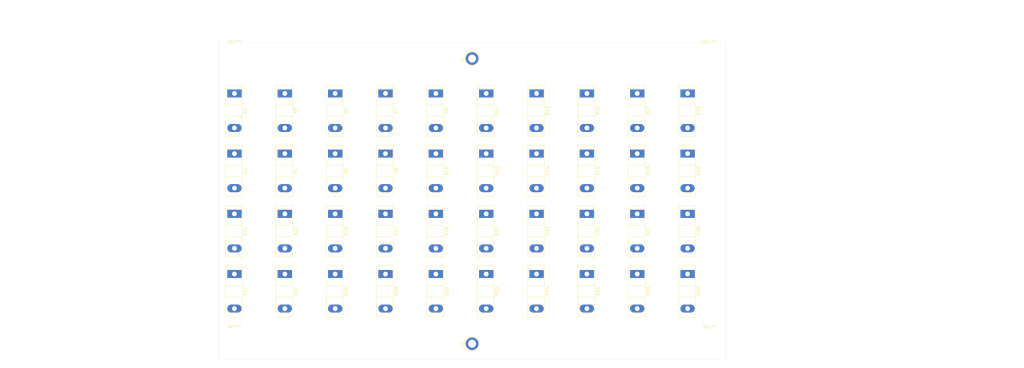
<source format=kicad_pcb>
(kicad_pcb (version 20171130) (host pcbnew "(5.1.0)-1")

  (general
    (thickness 1.6)
    (drawings 5)
    (tracks 0)
    (zones 0)
    (modules 46)
    (nets 23)
  )

  (page A4)
  (layers
    (0 F.Cu signal)
    (31 B.Cu signal)
    (32 B.Adhes user)
    (33 F.Adhes user)
    (34 B.Paste user)
    (35 F.Paste user)
    (36 B.SilkS user)
    (37 F.SilkS user)
    (38 B.Mask user)
    (39 F.Mask user)
    (40 Dwgs.User user)
    (41 Cmts.User user)
    (42 Eco1.User user)
    (43 Eco2.User user)
    (44 Edge.Cuts user)
    (45 Margin user)
    (46 B.CrtYd user)
    (47 F.CrtYd user)
    (48 B.Fab user)
    (49 F.Fab user)
  )

  (setup
    (last_trace_width 0.25)
    (trace_clearance 0.2)
    (zone_clearance 0.508)
    (zone_45_only no)
    (trace_min 0.2)
    (via_size 0.8)
    (via_drill 0.4)
    (via_min_size 0.4)
    (via_min_drill 0.3)
    (uvia_size 0.3)
    (uvia_drill 0.1)
    (uvias_allowed no)
    (uvia_min_size 0.2)
    (uvia_min_drill 0.1)
    (edge_width 0.05)
    (segment_width 0.2)
    (pcb_text_width 0.3)
    (pcb_text_size 1.5 1.5)
    (mod_edge_width 0.12)
    (mod_text_size 1 1)
    (mod_text_width 0.15)
    (pad_size 1.524 1.524)
    (pad_drill 0.762)
    (pad_to_mask_clearance 0.051)
    (solder_mask_min_width 0.25)
    (aux_axis_origin 0 0)
    (visible_elements FFFFFF7F)
    (pcbplotparams
      (layerselection 0x010fc_ffffffff)
      (usegerberextensions false)
      (usegerberattributes false)
      (usegerberadvancedattributes false)
      (creategerberjobfile false)
      (excludeedgelayer true)
      (linewidth 0.100000)
      (plotframeref false)
      (viasonmask false)
      (mode 1)
      (useauxorigin false)
      (hpglpennumber 1)
      (hpglpenspeed 20)
      (hpglpendiameter 15.000000)
      (psnegative false)
      (psa4output false)
      (plotreference true)
      (plotvalue true)
      (plotinvisibletext false)
      (padsonsilk false)
      (subtractmaskfromsilk false)
      (outputformat 1)
      (mirror false)
      (drillshape 1)
      (scaleselection 1)
      (outputdirectory ""))
  )

  (net 0 "")
  (net 1 "Net-(J1-Pad1)")
  (net 2 "Net-(J2-Pad1)")
  (net 3 "Net-(R1-Pad2)")
  (net 4 "Net-(R3-Pad2)")
  (net 5 "Net-(R5-Pad2)")
  (net 6 "Net-(R7-Pad2)")
  (net 7 "Net-(R10-Pad1)")
  (net 8 "Net-(R11-Pad2)")
  (net 9 "Net-(R13-Pad2)")
  (net 10 "Net-(R15-Pad2)")
  (net 11 "Net-(R17-Pad2)")
  (net 12 "Net-(R19-Pad2)")
  (net 13 "Net-(R21-Pad2)")
  (net 14 "Net-(R23-Pad2)")
  (net 15 "Net-(R25-Pad2)")
  (net 16 "Net-(R27-Pad2)")
  (net 17 "Net-(R29-Pad2)")
  (net 18 "Net-(R31-Pad2)")
  (net 19 "Net-(R33-Pad2)")
  (net 20 "Net-(R35-Pad2)")
  (net 21 "Net-(R37-Pad2)")
  (net 22 "Net-(R39-Pad2)")

  (net_class Default "This is the default net class."
    (clearance 0.2)
    (trace_width 0.25)
    (via_dia 0.8)
    (via_drill 0.4)
    (uvia_dia 0.3)
    (uvia_drill 0.1)
    (add_net "Net-(J1-Pad1)")
    (add_net "Net-(J2-Pad1)")
    (add_net "Net-(R1-Pad2)")
    (add_net "Net-(R10-Pad1)")
    (add_net "Net-(R11-Pad2)")
    (add_net "Net-(R13-Pad2)")
    (add_net "Net-(R15-Pad2)")
    (add_net "Net-(R17-Pad2)")
    (add_net "Net-(R19-Pad2)")
    (add_net "Net-(R21-Pad2)")
    (add_net "Net-(R23-Pad2)")
    (add_net "Net-(R25-Pad2)")
    (add_net "Net-(R27-Pad2)")
    (add_net "Net-(R29-Pad2)")
    (add_net "Net-(R3-Pad2)")
    (add_net "Net-(R31-Pad2)")
    (add_net "Net-(R33-Pad2)")
    (add_net "Net-(R35-Pad2)")
    (add_net "Net-(R37-Pad2)")
    (add_net "Net-(R39-Pad2)")
    (add_net "Net-(R5-Pad2)")
    (add_net "Net-(R7-Pad2)")
  )

  (module MountingHole:MountingHole_4.3mm_M4 (layer F.Cu) (tedit 56D1B4CB) (tstamp 5CD06633)
    (at 36 130)
    (descr "Mounting Hole 4.3mm, no annular, M4")
    (tags "mounting hole 4.3mm no annular m4")
    (attr virtual)
    (fp_text reference REF** (at 0 -5.3) (layer F.SilkS)
      (effects (font (size 1 1) (thickness 0.15)))
    )
    (fp_text value MountingHole_4.3mm_M4 (at 0 5.3) (layer F.Fab)
      (effects (font (size 1 1) (thickness 0.15)))
    )
    (fp_circle (center 0 0) (end 4.55 0) (layer F.CrtYd) (width 0.05))
    (fp_circle (center 0 0) (end 4.3 0) (layer Cmts.User) (width 0.15))
    (fp_text user %R (at 0.3 0) (layer F.Fab)
      (effects (font (size 1 1) (thickness 0.15)))
    )
    (pad 1 np_thru_hole circle (at 0 0) (size 4.3 4.3) (drill 4.3) (layers *.Cu *.Mask))
  )

  (module MountingHole:MountingHole_4.3mm_M4 (layer F.Cu) (tedit 56D1B4CB) (tstamp 5CD06616)
    (at 186 130)
    (descr "Mounting Hole 4.3mm, no annular, M4")
    (tags "mounting hole 4.3mm no annular m4")
    (attr virtual)
    (fp_text reference REF** (at 0 -5.3) (layer F.SilkS)
      (effects (font (size 1 1) (thickness 0.15)))
    )
    (fp_text value MountingHole_4.3mm_M4 (at 0 5.3) (layer F.Fab)
      (effects (font (size 1 1) (thickness 0.15)))
    )
    (fp_circle (center 0 0) (end 4.55 0) (layer F.CrtYd) (width 0.05))
    (fp_circle (center 0 0) (end 4.3 0) (layer Cmts.User) (width 0.15))
    (fp_text user %R (at 0.3 0) (layer F.Fab)
      (effects (font (size 1 1) (thickness 0.15)))
    )
    (pad 1 np_thru_hole circle (at 0 0) (size 4.3 4.3) (drill 4.3) (layers *.Cu *.Mask))
  )

  (module MountingHole:MountingHole_4.3mm_M4 (layer F.Cu) (tedit 56D1B4CB) (tstamp 5CD065F9)
    (at 186 40)
    (descr "Mounting Hole 4.3mm, no annular, M4")
    (tags "mounting hole 4.3mm no annular m4")
    (attr virtual)
    (fp_text reference REF** (at 0 -5.3) (layer F.SilkS)
      (effects (font (size 1 1) (thickness 0.15)))
    )
    (fp_text value MountingHole_4.3mm_M4 (at 0 5.3) (layer F.Fab)
      (effects (font (size 1 1) (thickness 0.15)))
    )
    (fp_circle (center 0 0) (end 4.55 0) (layer F.CrtYd) (width 0.05))
    (fp_circle (center 0 0) (end 4.3 0) (layer Cmts.User) (width 0.15))
    (fp_text user %R (at 0.3 0) (layer F.Fab)
      (effects (font (size 1 1) (thickness 0.15)))
    )
    (pad 1 np_thru_hole circle (at 0 0) (size 4.3 4.3) (drill 4.3) (layers *.Cu *.Mask))
  )

  (module MountingHole:MountingHole_4.3mm_M4 (layer F.Cu) (tedit 56D1B4CB) (tstamp 5CD065C7)
    (at 36 40)
    (descr "Mounting Hole 4.3mm, no annular, M4")
    (tags "mounting hole 4.3mm no annular m4")
    (attr virtual)
    (fp_text reference REF** (at 0 -5.3) (layer F.SilkS)
      (effects (font (size 1 1) (thickness 0.15)))
    )
    (fp_text value MountingHole_4.3mm_M4 (at 0 5.3) (layer F.Fab)
      (effects (font (size 1 1) (thickness 0.15)))
    )
    (fp_circle (center 0 0) (end 4.55 0) (layer F.CrtYd) (width 0.05))
    (fp_circle (center 0 0) (end 4.3 0) (layer Cmts.User) (width 0.15))
    (fp_text user %R (at 0.3 0) (layer F.Fab)
      (effects (font (size 1 1) (thickness 0.15)))
    )
    (pad 1 np_thru_hole circle (at 0 0) (size 4.3 4.3) (drill 4.3) (layers *.Cu *.Mask))
  )

  (module Package_TO_SOT_THT:TO-247-2_Vertical (layer F.Cu) (tedit 5AC86DC3) (tstamp 5CD0A1FC)
    (at 179 108 270)
    (descr "TO-247-2, Vertical, RM 10.9mm, see https://toshiba.semicon-storage.com/us/product/mosfet/to-247-4l.html")
    (tags "TO-247-2 Vertical RM 10.9mm")
    (path /5CD0E3BD)
    (fp_text reference R40 (at 5.45 -3.45 270) (layer F.SilkS)
      (effects (font (size 1 1) (thickness 0.15)))
    )
    (fp_text value 20 (at 5.45 3.95 270) (layer F.Fab)
      (effects (font (size 1 1) (thickness 0.15)))
    )
    (fp_text user %R (at 5.45 -3.45 270) (layer F.Fab)
      (effects (font (size 1 1) (thickness 0.15)))
    )
    (fp_line (start 13.65 -2.59) (end -2.75 -2.59) (layer F.CrtYd) (width 0.05))
    (fp_line (start 13.65 2.95) (end 13.65 -2.59) (layer F.CrtYd) (width 0.05))
    (fp_line (start -2.75 2.95) (end 13.65 2.95) (layer F.CrtYd) (width 0.05))
    (fp_line (start -2.75 -2.59) (end -2.75 2.95) (layer F.CrtYd) (width 0.05))
    (fp_line (start 7.255 -2.451) (end 7.255 2.82) (layer F.SilkS) (width 0.12))
    (fp_line (start 3.646 -2.451) (end 3.646 2.82) (layer F.SilkS) (width 0.12))
    (fp_line (start 13.52 -2.451) (end 13.52 2.82) (layer F.SilkS) (width 0.12))
    (fp_line (start -2.62 -2.451) (end -2.62 2.82) (layer F.SilkS) (width 0.12))
    (fp_line (start -2.62 2.82) (end 13.52 2.82) (layer F.SilkS) (width 0.12))
    (fp_line (start -2.62 -2.451) (end 13.52 -2.451) (layer F.SilkS) (width 0.12))
    (fp_line (start 7.255 -2.33) (end 7.255 2.7) (layer F.Fab) (width 0.1))
    (fp_line (start 3.645 -2.33) (end 3.645 2.7) (layer F.Fab) (width 0.1))
    (fp_line (start 13.4 -2.33) (end -2.5 -2.33) (layer F.Fab) (width 0.1))
    (fp_line (start 13.4 2.7) (end 13.4 -2.33) (layer F.Fab) (width 0.1))
    (fp_line (start -2.5 2.7) (end 13.4 2.7) (layer F.Fab) (width 0.1))
    (fp_line (start -2.5 -2.33) (end -2.5 2.7) (layer F.Fab) (width 0.1))
    (pad 2 thru_hole oval (at 10.9 0 270) (size 2.5 4.5) (drill 1.5) (layers *.Cu *.Mask)
      (net 2 "Net-(J2-Pad1)"))
    (pad 1 thru_hole rect (at 0 0 270) (size 2.5 4.5) (drill 1.5) (layers *.Cu *.Mask)
      (net 22 "Net-(R39-Pad2)"))
    (model ${KISYS3DMOD}/Package_TO_SOT_THT.3dshapes/TO-247-2_Vertical.wrl
      (at (xyz 0 0 0))
      (scale (xyz 1 1 1))
      (rotate (xyz 0 0 0))
    )
  )

  (module Package_TO_SOT_THT:TO-247-2_Vertical (layer F.Cu) (tedit 5AC86DC3) (tstamp 5CD052F5)
    (at 179 89 270)
    (descr "TO-247-2, Vertical, RM 10.9mm, see https://toshiba.semicon-storage.com/us/product/mosfet/to-247-4l.html")
    (tags "TO-247-2 Vertical RM 10.9mm")
    (path /5CD06A9D)
    (fp_text reference R39 (at 5.45 -3.45 270) (layer F.SilkS)
      (effects (font (size 1 1) (thickness 0.15)))
    )
    (fp_text value 20 (at 5.45 3.95 270) (layer F.Fab)
      (effects (font (size 1 1) (thickness 0.15)))
    )
    (fp_text user %R (at 5.45 -3.45 270) (layer F.Fab)
      (effects (font (size 1 1) (thickness 0.15)))
    )
    (fp_line (start 13.65 -2.59) (end -2.75 -2.59) (layer F.CrtYd) (width 0.05))
    (fp_line (start 13.65 2.95) (end 13.65 -2.59) (layer F.CrtYd) (width 0.05))
    (fp_line (start -2.75 2.95) (end 13.65 2.95) (layer F.CrtYd) (width 0.05))
    (fp_line (start -2.75 -2.59) (end -2.75 2.95) (layer F.CrtYd) (width 0.05))
    (fp_line (start 7.255 -2.451) (end 7.255 2.82) (layer F.SilkS) (width 0.12))
    (fp_line (start 3.646 -2.451) (end 3.646 2.82) (layer F.SilkS) (width 0.12))
    (fp_line (start 13.52 -2.451) (end 13.52 2.82) (layer F.SilkS) (width 0.12))
    (fp_line (start -2.62 -2.451) (end -2.62 2.82) (layer F.SilkS) (width 0.12))
    (fp_line (start -2.62 2.82) (end 13.52 2.82) (layer F.SilkS) (width 0.12))
    (fp_line (start -2.62 -2.451) (end 13.52 -2.451) (layer F.SilkS) (width 0.12))
    (fp_line (start 7.255 -2.33) (end 7.255 2.7) (layer F.Fab) (width 0.1))
    (fp_line (start 3.645 -2.33) (end 3.645 2.7) (layer F.Fab) (width 0.1))
    (fp_line (start 13.4 -2.33) (end -2.5 -2.33) (layer F.Fab) (width 0.1))
    (fp_line (start 13.4 2.7) (end 13.4 -2.33) (layer F.Fab) (width 0.1))
    (fp_line (start -2.5 2.7) (end 13.4 2.7) (layer F.Fab) (width 0.1))
    (fp_line (start -2.5 -2.33) (end -2.5 2.7) (layer F.Fab) (width 0.1))
    (pad 2 thru_hole oval (at 10.9 0 270) (size 2.5 4.5) (drill 1.5) (layers *.Cu *.Mask)
      (net 22 "Net-(R39-Pad2)"))
    (pad 1 thru_hole rect (at 0 0 270) (size 2.5 4.5) (drill 1.5) (layers *.Cu *.Mask)
      (net 1 "Net-(J1-Pad1)"))
    (model ${KISYS3DMOD}/Package_TO_SOT_THT.3dshapes/TO-247-2_Vertical.wrl
      (at (xyz 0 0 0))
      (scale (xyz 1 1 1))
      (rotate (xyz 0 0 0))
    )
  )

  (module Package_TO_SOT_THT:TO-247-2_Vertical (layer F.Cu) (tedit 5AC86DC3) (tstamp 5CD0A23E)
    (at 163.111104 108 270)
    (descr "TO-247-2, Vertical, RM 10.9mm, see https://toshiba.semicon-storage.com/us/product/mosfet/to-247-4l.html")
    (tags "TO-247-2 Vertical RM 10.9mm")
    (path /5CD0E3B7)
    (fp_text reference R38 (at 5.45 -3.45 270) (layer F.SilkS)
      (effects (font (size 1 1) (thickness 0.15)))
    )
    (fp_text value 20 (at 5.45 3.95 270) (layer F.Fab)
      (effects (font (size 1 1) (thickness 0.15)))
    )
    (fp_text user %R (at 5.45 -3.45 270) (layer F.Fab)
      (effects (font (size 1 1) (thickness 0.15)))
    )
    (fp_line (start 13.65 -2.59) (end -2.75 -2.59) (layer F.CrtYd) (width 0.05))
    (fp_line (start 13.65 2.95) (end 13.65 -2.59) (layer F.CrtYd) (width 0.05))
    (fp_line (start -2.75 2.95) (end 13.65 2.95) (layer F.CrtYd) (width 0.05))
    (fp_line (start -2.75 -2.59) (end -2.75 2.95) (layer F.CrtYd) (width 0.05))
    (fp_line (start 7.255 -2.451) (end 7.255 2.82) (layer F.SilkS) (width 0.12))
    (fp_line (start 3.646 -2.451) (end 3.646 2.82) (layer F.SilkS) (width 0.12))
    (fp_line (start 13.52 -2.451) (end 13.52 2.82) (layer F.SilkS) (width 0.12))
    (fp_line (start -2.62 -2.451) (end -2.62 2.82) (layer F.SilkS) (width 0.12))
    (fp_line (start -2.62 2.82) (end 13.52 2.82) (layer F.SilkS) (width 0.12))
    (fp_line (start -2.62 -2.451) (end 13.52 -2.451) (layer F.SilkS) (width 0.12))
    (fp_line (start 7.255 -2.33) (end 7.255 2.7) (layer F.Fab) (width 0.1))
    (fp_line (start 3.645 -2.33) (end 3.645 2.7) (layer F.Fab) (width 0.1))
    (fp_line (start 13.4 -2.33) (end -2.5 -2.33) (layer F.Fab) (width 0.1))
    (fp_line (start 13.4 2.7) (end 13.4 -2.33) (layer F.Fab) (width 0.1))
    (fp_line (start -2.5 2.7) (end 13.4 2.7) (layer F.Fab) (width 0.1))
    (fp_line (start -2.5 -2.33) (end -2.5 2.7) (layer F.Fab) (width 0.1))
    (pad 2 thru_hole oval (at 10.9 0 270) (size 2.5 4.5) (drill 1.5) (layers *.Cu *.Mask)
      (net 2 "Net-(J2-Pad1)"))
    (pad 1 thru_hole rect (at 0 0 270) (size 2.5 4.5) (drill 1.5) (layers *.Cu *.Mask)
      (net 21 "Net-(R37-Pad2)"))
    (model ${KISYS3DMOD}/Package_TO_SOT_THT.3dshapes/TO-247-2_Vertical.wrl
      (at (xyz 0 0 0))
      (scale (xyz 1 1 1))
      (rotate (xyz 0 0 0))
    )
  )

  (module Package_TO_SOT_THT:TO-247-2_Vertical (layer F.Cu) (tedit 5AC86DC3) (tstamp 5CD052C7)
    (at 163.111104 89 270)
    (descr "TO-247-2, Vertical, RM 10.9mm, see https://toshiba.semicon-storage.com/us/product/mosfet/to-247-4l.html")
    (tags "TO-247-2 Vertical RM 10.9mm")
    (path /5CD06A97)
    (fp_text reference R37 (at 5.45 -3.45 270) (layer F.SilkS)
      (effects (font (size 1 1) (thickness 0.15)))
    )
    (fp_text value 20 (at 5.45 3.95 270) (layer F.Fab)
      (effects (font (size 1 1) (thickness 0.15)))
    )
    (fp_text user %R (at 5.45 -3.45 270) (layer F.Fab)
      (effects (font (size 1 1) (thickness 0.15)))
    )
    (fp_line (start 13.65 -2.59) (end -2.75 -2.59) (layer F.CrtYd) (width 0.05))
    (fp_line (start 13.65 2.95) (end 13.65 -2.59) (layer F.CrtYd) (width 0.05))
    (fp_line (start -2.75 2.95) (end 13.65 2.95) (layer F.CrtYd) (width 0.05))
    (fp_line (start -2.75 -2.59) (end -2.75 2.95) (layer F.CrtYd) (width 0.05))
    (fp_line (start 7.255 -2.451) (end 7.255 2.82) (layer F.SilkS) (width 0.12))
    (fp_line (start 3.646 -2.451) (end 3.646 2.82) (layer F.SilkS) (width 0.12))
    (fp_line (start 13.52 -2.451) (end 13.52 2.82) (layer F.SilkS) (width 0.12))
    (fp_line (start -2.62 -2.451) (end -2.62 2.82) (layer F.SilkS) (width 0.12))
    (fp_line (start -2.62 2.82) (end 13.52 2.82) (layer F.SilkS) (width 0.12))
    (fp_line (start -2.62 -2.451) (end 13.52 -2.451) (layer F.SilkS) (width 0.12))
    (fp_line (start 7.255 -2.33) (end 7.255 2.7) (layer F.Fab) (width 0.1))
    (fp_line (start 3.645 -2.33) (end 3.645 2.7) (layer F.Fab) (width 0.1))
    (fp_line (start 13.4 -2.33) (end -2.5 -2.33) (layer F.Fab) (width 0.1))
    (fp_line (start 13.4 2.7) (end 13.4 -2.33) (layer F.Fab) (width 0.1))
    (fp_line (start -2.5 2.7) (end 13.4 2.7) (layer F.Fab) (width 0.1))
    (fp_line (start -2.5 -2.33) (end -2.5 2.7) (layer F.Fab) (width 0.1))
    (pad 2 thru_hole oval (at 10.9 0 270) (size 2.5 4.5) (drill 1.5) (layers *.Cu *.Mask)
      (net 21 "Net-(R37-Pad2)"))
    (pad 1 thru_hole rect (at 0 0 270) (size 2.5 4.5) (drill 1.5) (layers *.Cu *.Mask)
      (net 1 "Net-(J1-Pad1)"))
    (model ${KISYS3DMOD}/Package_TO_SOT_THT.3dshapes/TO-247-2_Vertical.wrl
      (at (xyz 0 0 0))
      (scale (xyz 1 1 1))
      (rotate (xyz 0 0 0))
    )
  )

  (module Package_TO_SOT_THT:TO-247-2_Vertical (layer F.Cu) (tedit 5AC86DC3) (tstamp 5CD0A280)
    (at 147.222216 108 270)
    (descr "TO-247-2, Vertical, RM 10.9mm, see https://toshiba.semicon-storage.com/us/product/mosfet/to-247-4l.html")
    (tags "TO-247-2 Vertical RM 10.9mm")
    (path /5CD0E3B1)
    (fp_text reference R36 (at 5.45 -3.45 270) (layer F.SilkS)
      (effects (font (size 1 1) (thickness 0.15)))
    )
    (fp_text value 20 (at 5.45 3.95 270) (layer F.Fab)
      (effects (font (size 1 1) (thickness 0.15)))
    )
    (fp_text user %R (at 5.45 -3.45 270) (layer F.Fab)
      (effects (font (size 1 1) (thickness 0.15)))
    )
    (fp_line (start 13.65 -2.59) (end -2.75 -2.59) (layer F.CrtYd) (width 0.05))
    (fp_line (start 13.65 2.95) (end 13.65 -2.59) (layer F.CrtYd) (width 0.05))
    (fp_line (start -2.75 2.95) (end 13.65 2.95) (layer F.CrtYd) (width 0.05))
    (fp_line (start -2.75 -2.59) (end -2.75 2.95) (layer F.CrtYd) (width 0.05))
    (fp_line (start 7.255 -2.451) (end 7.255 2.82) (layer F.SilkS) (width 0.12))
    (fp_line (start 3.646 -2.451) (end 3.646 2.82) (layer F.SilkS) (width 0.12))
    (fp_line (start 13.52 -2.451) (end 13.52 2.82) (layer F.SilkS) (width 0.12))
    (fp_line (start -2.62 -2.451) (end -2.62 2.82) (layer F.SilkS) (width 0.12))
    (fp_line (start -2.62 2.82) (end 13.52 2.82) (layer F.SilkS) (width 0.12))
    (fp_line (start -2.62 -2.451) (end 13.52 -2.451) (layer F.SilkS) (width 0.12))
    (fp_line (start 7.255 -2.33) (end 7.255 2.7) (layer F.Fab) (width 0.1))
    (fp_line (start 3.645 -2.33) (end 3.645 2.7) (layer F.Fab) (width 0.1))
    (fp_line (start 13.4 -2.33) (end -2.5 -2.33) (layer F.Fab) (width 0.1))
    (fp_line (start 13.4 2.7) (end 13.4 -2.33) (layer F.Fab) (width 0.1))
    (fp_line (start -2.5 2.7) (end 13.4 2.7) (layer F.Fab) (width 0.1))
    (fp_line (start -2.5 -2.33) (end -2.5 2.7) (layer F.Fab) (width 0.1))
    (pad 2 thru_hole oval (at 10.9 0 270) (size 2.5 4.5) (drill 1.5) (layers *.Cu *.Mask)
      (net 2 "Net-(J2-Pad1)"))
    (pad 1 thru_hole rect (at 0 0 270) (size 2.5 4.5) (drill 1.5) (layers *.Cu *.Mask)
      (net 20 "Net-(R35-Pad2)"))
    (model ${KISYS3DMOD}/Package_TO_SOT_THT.3dshapes/TO-247-2_Vertical.wrl
      (at (xyz 0 0 0))
      (scale (xyz 1 1 1))
      (rotate (xyz 0 0 0))
    )
  )

  (module Package_TO_SOT_THT:TO-247-2_Vertical (layer F.Cu) (tedit 5AC86DC3) (tstamp 5CD05299)
    (at 147.222216 89 270)
    (descr "TO-247-2, Vertical, RM 10.9mm, see https://toshiba.semicon-storage.com/us/product/mosfet/to-247-4l.html")
    (tags "TO-247-2 Vertical RM 10.9mm")
    (path /5CD06A91)
    (fp_text reference R35 (at 5.45 -3.45 270) (layer F.SilkS)
      (effects (font (size 1 1) (thickness 0.15)))
    )
    (fp_text value 20 (at 5.45 3.95 270) (layer F.Fab)
      (effects (font (size 1 1) (thickness 0.15)))
    )
    (fp_text user %R (at 5.45 -3.45 270) (layer F.Fab)
      (effects (font (size 1 1) (thickness 0.15)))
    )
    (fp_line (start 13.65 -2.59) (end -2.75 -2.59) (layer F.CrtYd) (width 0.05))
    (fp_line (start 13.65 2.95) (end 13.65 -2.59) (layer F.CrtYd) (width 0.05))
    (fp_line (start -2.75 2.95) (end 13.65 2.95) (layer F.CrtYd) (width 0.05))
    (fp_line (start -2.75 -2.59) (end -2.75 2.95) (layer F.CrtYd) (width 0.05))
    (fp_line (start 7.255 -2.451) (end 7.255 2.82) (layer F.SilkS) (width 0.12))
    (fp_line (start 3.646 -2.451) (end 3.646 2.82) (layer F.SilkS) (width 0.12))
    (fp_line (start 13.52 -2.451) (end 13.52 2.82) (layer F.SilkS) (width 0.12))
    (fp_line (start -2.62 -2.451) (end -2.62 2.82) (layer F.SilkS) (width 0.12))
    (fp_line (start -2.62 2.82) (end 13.52 2.82) (layer F.SilkS) (width 0.12))
    (fp_line (start -2.62 -2.451) (end 13.52 -2.451) (layer F.SilkS) (width 0.12))
    (fp_line (start 7.255 -2.33) (end 7.255 2.7) (layer F.Fab) (width 0.1))
    (fp_line (start 3.645 -2.33) (end 3.645 2.7) (layer F.Fab) (width 0.1))
    (fp_line (start 13.4 -2.33) (end -2.5 -2.33) (layer F.Fab) (width 0.1))
    (fp_line (start 13.4 2.7) (end 13.4 -2.33) (layer F.Fab) (width 0.1))
    (fp_line (start -2.5 2.7) (end 13.4 2.7) (layer F.Fab) (width 0.1))
    (fp_line (start -2.5 -2.33) (end -2.5 2.7) (layer F.Fab) (width 0.1))
    (pad 2 thru_hole oval (at 10.9 0 270) (size 2.5 4.5) (drill 1.5) (layers *.Cu *.Mask)
      (net 20 "Net-(R35-Pad2)"))
    (pad 1 thru_hole rect (at 0 0 270) (size 2.5 4.5) (drill 1.5) (layers *.Cu *.Mask)
      (net 1 "Net-(J1-Pad1)"))
    (model ${KISYS3DMOD}/Package_TO_SOT_THT.3dshapes/TO-247-2_Vertical.wrl
      (at (xyz 0 0 0))
      (scale (xyz 1 1 1))
      (rotate (xyz 0 0 0))
    )
  )

  (module Package_TO_SOT_THT:TO-247-2_Vertical (layer F.Cu) (tedit 5AC86DC3) (tstamp 5CD0A2C2)
    (at 131.333328 108 270)
    (descr "TO-247-2, Vertical, RM 10.9mm, see https://toshiba.semicon-storage.com/us/product/mosfet/to-247-4l.html")
    (tags "TO-247-2 Vertical RM 10.9mm")
    (path /5CD0E3AB)
    (fp_text reference R34 (at 5.45 -3.45 270) (layer F.SilkS)
      (effects (font (size 1 1) (thickness 0.15)))
    )
    (fp_text value 20 (at 5.45 3.95 270) (layer F.Fab)
      (effects (font (size 1 1) (thickness 0.15)))
    )
    (fp_text user %R (at 5.45 -3.45 270) (layer F.Fab)
      (effects (font (size 1 1) (thickness 0.15)))
    )
    (fp_line (start 13.65 -2.59) (end -2.75 -2.59) (layer F.CrtYd) (width 0.05))
    (fp_line (start 13.65 2.95) (end 13.65 -2.59) (layer F.CrtYd) (width 0.05))
    (fp_line (start -2.75 2.95) (end 13.65 2.95) (layer F.CrtYd) (width 0.05))
    (fp_line (start -2.75 -2.59) (end -2.75 2.95) (layer F.CrtYd) (width 0.05))
    (fp_line (start 7.255 -2.451) (end 7.255 2.82) (layer F.SilkS) (width 0.12))
    (fp_line (start 3.646 -2.451) (end 3.646 2.82) (layer F.SilkS) (width 0.12))
    (fp_line (start 13.52 -2.451) (end 13.52 2.82) (layer F.SilkS) (width 0.12))
    (fp_line (start -2.62 -2.451) (end -2.62 2.82) (layer F.SilkS) (width 0.12))
    (fp_line (start -2.62 2.82) (end 13.52 2.82) (layer F.SilkS) (width 0.12))
    (fp_line (start -2.62 -2.451) (end 13.52 -2.451) (layer F.SilkS) (width 0.12))
    (fp_line (start 7.255 -2.33) (end 7.255 2.7) (layer F.Fab) (width 0.1))
    (fp_line (start 3.645 -2.33) (end 3.645 2.7) (layer F.Fab) (width 0.1))
    (fp_line (start 13.4 -2.33) (end -2.5 -2.33) (layer F.Fab) (width 0.1))
    (fp_line (start 13.4 2.7) (end 13.4 -2.33) (layer F.Fab) (width 0.1))
    (fp_line (start -2.5 2.7) (end 13.4 2.7) (layer F.Fab) (width 0.1))
    (fp_line (start -2.5 -2.33) (end -2.5 2.7) (layer F.Fab) (width 0.1))
    (pad 2 thru_hole oval (at 10.9 0 270) (size 2.5 4.5) (drill 1.5) (layers *.Cu *.Mask)
      (net 2 "Net-(J2-Pad1)"))
    (pad 1 thru_hole rect (at 0 0 270) (size 2.5 4.5) (drill 1.5) (layers *.Cu *.Mask)
      (net 19 "Net-(R33-Pad2)"))
    (model ${KISYS3DMOD}/Package_TO_SOT_THT.3dshapes/TO-247-2_Vertical.wrl
      (at (xyz 0 0 0))
      (scale (xyz 1 1 1))
      (rotate (xyz 0 0 0))
    )
  )

  (module Package_TO_SOT_THT:TO-247-2_Vertical (layer F.Cu) (tedit 5AC86DC3) (tstamp 5CD0526B)
    (at 131.333328 89 270)
    (descr "TO-247-2, Vertical, RM 10.9mm, see https://toshiba.semicon-storage.com/us/product/mosfet/to-247-4l.html")
    (tags "TO-247-2 Vertical RM 10.9mm")
    (path /5CD06A8B)
    (fp_text reference R33 (at 5.45 -3.45 270) (layer F.SilkS)
      (effects (font (size 1 1) (thickness 0.15)))
    )
    (fp_text value 20 (at 5.45 3.95 270) (layer F.Fab)
      (effects (font (size 1 1) (thickness 0.15)))
    )
    (fp_text user %R (at 5.45 -3.45 270) (layer F.Fab)
      (effects (font (size 1 1) (thickness 0.15)))
    )
    (fp_line (start 13.65 -2.59) (end -2.75 -2.59) (layer F.CrtYd) (width 0.05))
    (fp_line (start 13.65 2.95) (end 13.65 -2.59) (layer F.CrtYd) (width 0.05))
    (fp_line (start -2.75 2.95) (end 13.65 2.95) (layer F.CrtYd) (width 0.05))
    (fp_line (start -2.75 -2.59) (end -2.75 2.95) (layer F.CrtYd) (width 0.05))
    (fp_line (start 7.255 -2.451) (end 7.255 2.82) (layer F.SilkS) (width 0.12))
    (fp_line (start 3.646 -2.451) (end 3.646 2.82) (layer F.SilkS) (width 0.12))
    (fp_line (start 13.52 -2.451) (end 13.52 2.82) (layer F.SilkS) (width 0.12))
    (fp_line (start -2.62 -2.451) (end -2.62 2.82) (layer F.SilkS) (width 0.12))
    (fp_line (start -2.62 2.82) (end 13.52 2.82) (layer F.SilkS) (width 0.12))
    (fp_line (start -2.62 -2.451) (end 13.52 -2.451) (layer F.SilkS) (width 0.12))
    (fp_line (start 7.255 -2.33) (end 7.255 2.7) (layer F.Fab) (width 0.1))
    (fp_line (start 3.645 -2.33) (end 3.645 2.7) (layer F.Fab) (width 0.1))
    (fp_line (start 13.4 -2.33) (end -2.5 -2.33) (layer F.Fab) (width 0.1))
    (fp_line (start 13.4 2.7) (end 13.4 -2.33) (layer F.Fab) (width 0.1))
    (fp_line (start -2.5 2.7) (end 13.4 2.7) (layer F.Fab) (width 0.1))
    (fp_line (start -2.5 -2.33) (end -2.5 2.7) (layer F.Fab) (width 0.1))
    (pad 2 thru_hole oval (at 10.9 0 270) (size 2.5 4.5) (drill 1.5) (layers *.Cu *.Mask)
      (net 19 "Net-(R33-Pad2)"))
    (pad 1 thru_hole rect (at 0 0 270) (size 2.5 4.5) (drill 1.5) (layers *.Cu *.Mask)
      (net 1 "Net-(J1-Pad1)"))
    (model ${KISYS3DMOD}/Package_TO_SOT_THT.3dshapes/TO-247-2_Vertical.wrl
      (at (xyz 0 0 0))
      (scale (xyz 1 1 1))
      (rotate (xyz 0 0 0))
    )
  )

  (module Package_TO_SOT_THT:TO-247-2_Vertical (layer F.Cu) (tedit 5AC86DC3) (tstamp 5CD0A304)
    (at 115.44444 108 270)
    (descr "TO-247-2, Vertical, RM 10.9mm, see https://toshiba.semicon-storage.com/us/product/mosfet/to-247-4l.html")
    (tags "TO-247-2 Vertical RM 10.9mm")
    (path /5CD0E375)
    (fp_text reference R32 (at 5.45 -3.45 270) (layer F.SilkS)
      (effects (font (size 1 1) (thickness 0.15)))
    )
    (fp_text value 20 (at 5.45 3.95 270) (layer F.Fab)
      (effects (font (size 1 1) (thickness 0.15)))
    )
    (fp_text user %R (at 5.45 -3.45 270) (layer F.Fab)
      (effects (font (size 1 1) (thickness 0.15)))
    )
    (fp_line (start 13.65 -2.59) (end -2.75 -2.59) (layer F.CrtYd) (width 0.05))
    (fp_line (start 13.65 2.95) (end 13.65 -2.59) (layer F.CrtYd) (width 0.05))
    (fp_line (start -2.75 2.95) (end 13.65 2.95) (layer F.CrtYd) (width 0.05))
    (fp_line (start -2.75 -2.59) (end -2.75 2.95) (layer F.CrtYd) (width 0.05))
    (fp_line (start 7.255 -2.451) (end 7.255 2.82) (layer F.SilkS) (width 0.12))
    (fp_line (start 3.646 -2.451) (end 3.646 2.82) (layer F.SilkS) (width 0.12))
    (fp_line (start 13.52 -2.451) (end 13.52 2.82) (layer F.SilkS) (width 0.12))
    (fp_line (start -2.62 -2.451) (end -2.62 2.82) (layer F.SilkS) (width 0.12))
    (fp_line (start -2.62 2.82) (end 13.52 2.82) (layer F.SilkS) (width 0.12))
    (fp_line (start -2.62 -2.451) (end 13.52 -2.451) (layer F.SilkS) (width 0.12))
    (fp_line (start 7.255 -2.33) (end 7.255 2.7) (layer F.Fab) (width 0.1))
    (fp_line (start 3.645 -2.33) (end 3.645 2.7) (layer F.Fab) (width 0.1))
    (fp_line (start 13.4 -2.33) (end -2.5 -2.33) (layer F.Fab) (width 0.1))
    (fp_line (start 13.4 2.7) (end 13.4 -2.33) (layer F.Fab) (width 0.1))
    (fp_line (start -2.5 2.7) (end 13.4 2.7) (layer F.Fab) (width 0.1))
    (fp_line (start -2.5 -2.33) (end -2.5 2.7) (layer F.Fab) (width 0.1))
    (pad 2 thru_hole oval (at 10.9 0 270) (size 2.5 4.5) (drill 1.5) (layers *.Cu *.Mask)
      (net 2 "Net-(J2-Pad1)"))
    (pad 1 thru_hole rect (at 0 0 270) (size 2.5 4.5) (drill 1.5) (layers *.Cu *.Mask)
      (net 18 "Net-(R31-Pad2)"))
    (model ${KISYS3DMOD}/Package_TO_SOT_THT.3dshapes/TO-247-2_Vertical.wrl
      (at (xyz 0 0 0))
      (scale (xyz 1 1 1))
      (rotate (xyz 0 0 0))
    )
  )

  (module Package_TO_SOT_THT:TO-247-2_Vertical (layer F.Cu) (tedit 5AC86DC3) (tstamp 5CD0523D)
    (at 115.44444 89 270)
    (descr "TO-247-2, Vertical, RM 10.9mm, see https://toshiba.semicon-storage.com/us/product/mosfet/to-247-4l.html")
    (tags "TO-247-2 Vertical RM 10.9mm")
    (path /5CD02DF3)
    (fp_text reference R31 (at 5.45 -3.45 270) (layer F.SilkS)
      (effects (font (size 1 1) (thickness 0.15)))
    )
    (fp_text value 20 (at 5.45 3.95 270) (layer F.Fab)
      (effects (font (size 1 1) (thickness 0.15)))
    )
    (fp_text user %R (at 5.45 -3.45 270) (layer F.Fab)
      (effects (font (size 1 1) (thickness 0.15)))
    )
    (fp_line (start 13.65 -2.59) (end -2.75 -2.59) (layer F.CrtYd) (width 0.05))
    (fp_line (start 13.65 2.95) (end 13.65 -2.59) (layer F.CrtYd) (width 0.05))
    (fp_line (start -2.75 2.95) (end 13.65 2.95) (layer F.CrtYd) (width 0.05))
    (fp_line (start -2.75 -2.59) (end -2.75 2.95) (layer F.CrtYd) (width 0.05))
    (fp_line (start 7.255 -2.451) (end 7.255 2.82) (layer F.SilkS) (width 0.12))
    (fp_line (start 3.646 -2.451) (end 3.646 2.82) (layer F.SilkS) (width 0.12))
    (fp_line (start 13.52 -2.451) (end 13.52 2.82) (layer F.SilkS) (width 0.12))
    (fp_line (start -2.62 -2.451) (end -2.62 2.82) (layer F.SilkS) (width 0.12))
    (fp_line (start -2.62 2.82) (end 13.52 2.82) (layer F.SilkS) (width 0.12))
    (fp_line (start -2.62 -2.451) (end 13.52 -2.451) (layer F.SilkS) (width 0.12))
    (fp_line (start 7.255 -2.33) (end 7.255 2.7) (layer F.Fab) (width 0.1))
    (fp_line (start 3.645 -2.33) (end 3.645 2.7) (layer F.Fab) (width 0.1))
    (fp_line (start 13.4 -2.33) (end -2.5 -2.33) (layer F.Fab) (width 0.1))
    (fp_line (start 13.4 2.7) (end 13.4 -2.33) (layer F.Fab) (width 0.1))
    (fp_line (start -2.5 2.7) (end 13.4 2.7) (layer F.Fab) (width 0.1))
    (fp_line (start -2.5 -2.33) (end -2.5 2.7) (layer F.Fab) (width 0.1))
    (pad 2 thru_hole oval (at 10.9 0 270) (size 2.5 4.5) (drill 1.5) (layers *.Cu *.Mask)
      (net 18 "Net-(R31-Pad2)"))
    (pad 1 thru_hole rect (at 0 0 270) (size 2.5 4.5) (drill 1.5) (layers *.Cu *.Mask)
      (net 1 "Net-(J1-Pad1)"))
    (model ${KISYS3DMOD}/Package_TO_SOT_THT.3dshapes/TO-247-2_Vertical.wrl
      (at (xyz 0 0 0))
      (scale (xyz 1 1 1))
      (rotate (xyz 0 0 0))
    )
  )

  (module Package_TO_SOT_THT:TO-247-2_Vertical (layer F.Cu) (tedit 5AC86DC3) (tstamp 5CD0A346)
    (at 99.555552 108 270)
    (descr "TO-247-2, Vertical, RM 10.9mm, see https://toshiba.semicon-storage.com/us/product/mosfet/to-247-4l.html")
    (tags "TO-247-2 Vertical RM 10.9mm")
    (path /5CD0E36F)
    (fp_text reference R30 (at 5.45 -3.45 270) (layer F.SilkS)
      (effects (font (size 1 1) (thickness 0.15)))
    )
    (fp_text value 20 (at 5.45 3.95 270) (layer F.Fab)
      (effects (font (size 1 1) (thickness 0.15)))
    )
    (fp_text user %R (at 5.45 -3.45 270) (layer F.Fab)
      (effects (font (size 1 1) (thickness 0.15)))
    )
    (fp_line (start 13.65 -2.59) (end -2.75 -2.59) (layer F.CrtYd) (width 0.05))
    (fp_line (start 13.65 2.95) (end 13.65 -2.59) (layer F.CrtYd) (width 0.05))
    (fp_line (start -2.75 2.95) (end 13.65 2.95) (layer F.CrtYd) (width 0.05))
    (fp_line (start -2.75 -2.59) (end -2.75 2.95) (layer F.CrtYd) (width 0.05))
    (fp_line (start 7.255 -2.451) (end 7.255 2.82) (layer F.SilkS) (width 0.12))
    (fp_line (start 3.646 -2.451) (end 3.646 2.82) (layer F.SilkS) (width 0.12))
    (fp_line (start 13.52 -2.451) (end 13.52 2.82) (layer F.SilkS) (width 0.12))
    (fp_line (start -2.62 -2.451) (end -2.62 2.82) (layer F.SilkS) (width 0.12))
    (fp_line (start -2.62 2.82) (end 13.52 2.82) (layer F.SilkS) (width 0.12))
    (fp_line (start -2.62 -2.451) (end 13.52 -2.451) (layer F.SilkS) (width 0.12))
    (fp_line (start 7.255 -2.33) (end 7.255 2.7) (layer F.Fab) (width 0.1))
    (fp_line (start 3.645 -2.33) (end 3.645 2.7) (layer F.Fab) (width 0.1))
    (fp_line (start 13.4 -2.33) (end -2.5 -2.33) (layer F.Fab) (width 0.1))
    (fp_line (start 13.4 2.7) (end 13.4 -2.33) (layer F.Fab) (width 0.1))
    (fp_line (start -2.5 2.7) (end 13.4 2.7) (layer F.Fab) (width 0.1))
    (fp_line (start -2.5 -2.33) (end -2.5 2.7) (layer F.Fab) (width 0.1))
    (pad 2 thru_hole oval (at 10.9 0 270) (size 2.5 4.5) (drill 1.5) (layers *.Cu *.Mask)
      (net 2 "Net-(J2-Pad1)"))
    (pad 1 thru_hole rect (at 0 0 270) (size 2.5 4.5) (drill 1.5) (layers *.Cu *.Mask)
      (net 17 "Net-(R29-Pad2)"))
    (model ${KISYS3DMOD}/Package_TO_SOT_THT.3dshapes/TO-247-2_Vertical.wrl
      (at (xyz 0 0 0))
      (scale (xyz 1 1 1))
      (rotate (xyz 0 0 0))
    )
  )

  (module Package_TO_SOT_THT:TO-247-2_Vertical (layer F.Cu) (tedit 5AC86DC3) (tstamp 5CD0520F)
    (at 99.555552 89 270)
    (descr "TO-247-2, Vertical, RM 10.9mm, see https://toshiba.semicon-storage.com/us/product/mosfet/to-247-4l.html")
    (tags "TO-247-2 Vertical RM 10.9mm")
    (path /5CD02DED)
    (fp_text reference R29 (at 5.45 -3.45 270) (layer F.SilkS)
      (effects (font (size 1 1) (thickness 0.15)))
    )
    (fp_text value 20 (at 5.45 3.95 270) (layer F.Fab)
      (effects (font (size 1 1) (thickness 0.15)))
    )
    (fp_text user %R (at 5.45 -3.45 270) (layer F.Fab)
      (effects (font (size 1 1) (thickness 0.15)))
    )
    (fp_line (start 13.65 -2.59) (end -2.75 -2.59) (layer F.CrtYd) (width 0.05))
    (fp_line (start 13.65 2.95) (end 13.65 -2.59) (layer F.CrtYd) (width 0.05))
    (fp_line (start -2.75 2.95) (end 13.65 2.95) (layer F.CrtYd) (width 0.05))
    (fp_line (start -2.75 -2.59) (end -2.75 2.95) (layer F.CrtYd) (width 0.05))
    (fp_line (start 7.255 -2.451) (end 7.255 2.82) (layer F.SilkS) (width 0.12))
    (fp_line (start 3.646 -2.451) (end 3.646 2.82) (layer F.SilkS) (width 0.12))
    (fp_line (start 13.52 -2.451) (end 13.52 2.82) (layer F.SilkS) (width 0.12))
    (fp_line (start -2.62 -2.451) (end -2.62 2.82) (layer F.SilkS) (width 0.12))
    (fp_line (start -2.62 2.82) (end 13.52 2.82) (layer F.SilkS) (width 0.12))
    (fp_line (start -2.62 -2.451) (end 13.52 -2.451) (layer F.SilkS) (width 0.12))
    (fp_line (start 7.255 -2.33) (end 7.255 2.7) (layer F.Fab) (width 0.1))
    (fp_line (start 3.645 -2.33) (end 3.645 2.7) (layer F.Fab) (width 0.1))
    (fp_line (start 13.4 -2.33) (end -2.5 -2.33) (layer F.Fab) (width 0.1))
    (fp_line (start 13.4 2.7) (end 13.4 -2.33) (layer F.Fab) (width 0.1))
    (fp_line (start -2.5 2.7) (end 13.4 2.7) (layer F.Fab) (width 0.1))
    (fp_line (start -2.5 -2.33) (end -2.5 2.7) (layer F.Fab) (width 0.1))
    (pad 2 thru_hole oval (at 10.9 0 270) (size 2.5 4.5) (drill 1.5) (layers *.Cu *.Mask)
      (net 17 "Net-(R29-Pad2)"))
    (pad 1 thru_hole rect (at 0 0 270) (size 2.5 4.5) (drill 1.5) (layers *.Cu *.Mask)
      (net 1 "Net-(J1-Pad1)"))
    (model ${KISYS3DMOD}/Package_TO_SOT_THT.3dshapes/TO-247-2_Vertical.wrl
      (at (xyz 0 0 0))
      (scale (xyz 1 1 1))
      (rotate (xyz 0 0 0))
    )
  )

  (module Package_TO_SOT_THT:TO-247-2_Vertical (layer F.Cu) (tedit 5AC86DC3) (tstamp 5CD0A388)
    (at 83.666664 108 270)
    (descr "TO-247-2, Vertical, RM 10.9mm, see https://toshiba.semicon-storage.com/us/product/mosfet/to-247-4l.html")
    (tags "TO-247-2 Vertical RM 10.9mm")
    (path /5CD0E369)
    (fp_text reference R28 (at 5.45 -3.45 270) (layer F.SilkS)
      (effects (font (size 1 1) (thickness 0.15)))
    )
    (fp_text value 20 (at 5.45 3.95 270) (layer F.Fab)
      (effects (font (size 1 1) (thickness 0.15)))
    )
    (fp_text user %R (at 5.45 -3.45 270) (layer F.Fab)
      (effects (font (size 1 1) (thickness 0.15)))
    )
    (fp_line (start 13.65 -2.59) (end -2.75 -2.59) (layer F.CrtYd) (width 0.05))
    (fp_line (start 13.65 2.95) (end 13.65 -2.59) (layer F.CrtYd) (width 0.05))
    (fp_line (start -2.75 2.95) (end 13.65 2.95) (layer F.CrtYd) (width 0.05))
    (fp_line (start -2.75 -2.59) (end -2.75 2.95) (layer F.CrtYd) (width 0.05))
    (fp_line (start 7.255 -2.451) (end 7.255 2.82) (layer F.SilkS) (width 0.12))
    (fp_line (start 3.646 -2.451) (end 3.646 2.82) (layer F.SilkS) (width 0.12))
    (fp_line (start 13.52 -2.451) (end 13.52 2.82) (layer F.SilkS) (width 0.12))
    (fp_line (start -2.62 -2.451) (end -2.62 2.82) (layer F.SilkS) (width 0.12))
    (fp_line (start -2.62 2.82) (end 13.52 2.82) (layer F.SilkS) (width 0.12))
    (fp_line (start -2.62 -2.451) (end 13.52 -2.451) (layer F.SilkS) (width 0.12))
    (fp_line (start 7.255 -2.33) (end 7.255 2.7) (layer F.Fab) (width 0.1))
    (fp_line (start 3.645 -2.33) (end 3.645 2.7) (layer F.Fab) (width 0.1))
    (fp_line (start 13.4 -2.33) (end -2.5 -2.33) (layer F.Fab) (width 0.1))
    (fp_line (start 13.4 2.7) (end 13.4 -2.33) (layer F.Fab) (width 0.1))
    (fp_line (start -2.5 2.7) (end 13.4 2.7) (layer F.Fab) (width 0.1))
    (fp_line (start -2.5 -2.33) (end -2.5 2.7) (layer F.Fab) (width 0.1))
    (pad 2 thru_hole oval (at 10.9 0 270) (size 2.5 4.5) (drill 1.5) (layers *.Cu *.Mask)
      (net 2 "Net-(J2-Pad1)"))
    (pad 1 thru_hole rect (at 0 0 270) (size 2.5 4.5) (drill 1.5) (layers *.Cu *.Mask)
      (net 16 "Net-(R27-Pad2)"))
    (model ${KISYS3DMOD}/Package_TO_SOT_THT.3dshapes/TO-247-2_Vertical.wrl
      (at (xyz 0 0 0))
      (scale (xyz 1 1 1))
      (rotate (xyz 0 0 0))
    )
  )

  (module Package_TO_SOT_THT:TO-247-2_Vertical (layer F.Cu) (tedit 5AC86DC3) (tstamp 5CD051E1)
    (at 83.666664 89 270)
    (descr "TO-247-2, Vertical, RM 10.9mm, see https://toshiba.semicon-storage.com/us/product/mosfet/to-247-4l.html")
    (tags "TO-247-2 Vertical RM 10.9mm")
    (path /5CD02DE7)
    (fp_text reference R27 (at 5.45 -3.45 270) (layer F.SilkS)
      (effects (font (size 1 1) (thickness 0.15)))
    )
    (fp_text value 20 (at 5.45 3.95 270) (layer F.Fab)
      (effects (font (size 1 1) (thickness 0.15)))
    )
    (fp_text user %R (at 5.45 -3.45 270) (layer F.Fab)
      (effects (font (size 1 1) (thickness 0.15)))
    )
    (fp_line (start 13.65 -2.59) (end -2.75 -2.59) (layer F.CrtYd) (width 0.05))
    (fp_line (start 13.65 2.95) (end 13.65 -2.59) (layer F.CrtYd) (width 0.05))
    (fp_line (start -2.75 2.95) (end 13.65 2.95) (layer F.CrtYd) (width 0.05))
    (fp_line (start -2.75 -2.59) (end -2.75 2.95) (layer F.CrtYd) (width 0.05))
    (fp_line (start 7.255 -2.451) (end 7.255 2.82) (layer F.SilkS) (width 0.12))
    (fp_line (start 3.646 -2.451) (end 3.646 2.82) (layer F.SilkS) (width 0.12))
    (fp_line (start 13.52 -2.451) (end 13.52 2.82) (layer F.SilkS) (width 0.12))
    (fp_line (start -2.62 -2.451) (end -2.62 2.82) (layer F.SilkS) (width 0.12))
    (fp_line (start -2.62 2.82) (end 13.52 2.82) (layer F.SilkS) (width 0.12))
    (fp_line (start -2.62 -2.451) (end 13.52 -2.451) (layer F.SilkS) (width 0.12))
    (fp_line (start 7.255 -2.33) (end 7.255 2.7) (layer F.Fab) (width 0.1))
    (fp_line (start 3.645 -2.33) (end 3.645 2.7) (layer F.Fab) (width 0.1))
    (fp_line (start 13.4 -2.33) (end -2.5 -2.33) (layer F.Fab) (width 0.1))
    (fp_line (start 13.4 2.7) (end 13.4 -2.33) (layer F.Fab) (width 0.1))
    (fp_line (start -2.5 2.7) (end 13.4 2.7) (layer F.Fab) (width 0.1))
    (fp_line (start -2.5 -2.33) (end -2.5 2.7) (layer F.Fab) (width 0.1))
    (pad 2 thru_hole oval (at 10.9 0 270) (size 2.5 4.5) (drill 1.5) (layers *.Cu *.Mask)
      (net 16 "Net-(R27-Pad2)"))
    (pad 1 thru_hole rect (at 0 0 270) (size 2.5 4.5) (drill 1.5) (layers *.Cu *.Mask)
      (net 1 "Net-(J1-Pad1)"))
    (model ${KISYS3DMOD}/Package_TO_SOT_THT.3dshapes/TO-247-2_Vertical.wrl
      (at (xyz 0 0 0))
      (scale (xyz 1 1 1))
      (rotate (xyz 0 0 0))
    )
  )

  (module Package_TO_SOT_THT:TO-247-2_Vertical (layer F.Cu) (tedit 5AC86DC3) (tstamp 5CD0A40C)
    (at 67.777776 108 270)
    (descr "TO-247-2, Vertical, RM 10.9mm, see https://toshiba.semicon-storage.com/us/product/mosfet/to-247-4l.html")
    (tags "TO-247-2 Vertical RM 10.9mm")
    (path /5CD0E363)
    (fp_text reference R26 (at 5.45 -3.45 270) (layer F.SilkS)
      (effects (font (size 1 1) (thickness 0.15)))
    )
    (fp_text value 20 (at 5.45 3.95 270) (layer F.Fab)
      (effects (font (size 1 1) (thickness 0.15)))
    )
    (fp_text user %R (at 5.45 -3.45 270) (layer F.Fab)
      (effects (font (size 1 1) (thickness 0.15)))
    )
    (fp_line (start 13.65 -2.59) (end -2.75 -2.59) (layer F.CrtYd) (width 0.05))
    (fp_line (start 13.65 2.95) (end 13.65 -2.59) (layer F.CrtYd) (width 0.05))
    (fp_line (start -2.75 2.95) (end 13.65 2.95) (layer F.CrtYd) (width 0.05))
    (fp_line (start -2.75 -2.59) (end -2.75 2.95) (layer F.CrtYd) (width 0.05))
    (fp_line (start 7.255 -2.451) (end 7.255 2.82) (layer F.SilkS) (width 0.12))
    (fp_line (start 3.646 -2.451) (end 3.646 2.82) (layer F.SilkS) (width 0.12))
    (fp_line (start 13.52 -2.451) (end 13.52 2.82) (layer F.SilkS) (width 0.12))
    (fp_line (start -2.62 -2.451) (end -2.62 2.82) (layer F.SilkS) (width 0.12))
    (fp_line (start -2.62 2.82) (end 13.52 2.82) (layer F.SilkS) (width 0.12))
    (fp_line (start -2.62 -2.451) (end 13.52 -2.451) (layer F.SilkS) (width 0.12))
    (fp_line (start 7.255 -2.33) (end 7.255 2.7) (layer F.Fab) (width 0.1))
    (fp_line (start 3.645 -2.33) (end 3.645 2.7) (layer F.Fab) (width 0.1))
    (fp_line (start 13.4 -2.33) (end -2.5 -2.33) (layer F.Fab) (width 0.1))
    (fp_line (start 13.4 2.7) (end 13.4 -2.33) (layer F.Fab) (width 0.1))
    (fp_line (start -2.5 2.7) (end 13.4 2.7) (layer F.Fab) (width 0.1))
    (fp_line (start -2.5 -2.33) (end -2.5 2.7) (layer F.Fab) (width 0.1))
    (pad 2 thru_hole oval (at 10.9 0 270) (size 2.5 4.5) (drill 1.5) (layers *.Cu *.Mask)
      (net 2 "Net-(J2-Pad1)"))
    (pad 1 thru_hole rect (at 0 0 270) (size 2.5 4.5) (drill 1.5) (layers *.Cu *.Mask)
      (net 15 "Net-(R25-Pad2)"))
    (model ${KISYS3DMOD}/Package_TO_SOT_THT.3dshapes/TO-247-2_Vertical.wrl
      (at (xyz 0 0 0))
      (scale (xyz 1 1 1))
      (rotate (xyz 0 0 0))
    )
  )

  (module Package_TO_SOT_THT:TO-247-2_Vertical (layer F.Cu) (tedit 5AC86DC3) (tstamp 5CD051B3)
    (at 67.777776 89 270)
    (descr "TO-247-2, Vertical, RM 10.9mm, see https://toshiba.semicon-storage.com/us/product/mosfet/to-247-4l.html")
    (tags "TO-247-2 Vertical RM 10.9mm")
    (path /5CD02DE1)
    (fp_text reference R25 (at 5.45 -3.45 270) (layer F.SilkS)
      (effects (font (size 1 1) (thickness 0.15)))
    )
    (fp_text value 20 (at 5.45 3.95 270) (layer F.Fab)
      (effects (font (size 1 1) (thickness 0.15)))
    )
    (fp_text user %R (at 5.45 -3.45 270) (layer F.Fab)
      (effects (font (size 1 1) (thickness 0.15)))
    )
    (fp_line (start 13.65 -2.59) (end -2.75 -2.59) (layer F.CrtYd) (width 0.05))
    (fp_line (start 13.65 2.95) (end 13.65 -2.59) (layer F.CrtYd) (width 0.05))
    (fp_line (start -2.75 2.95) (end 13.65 2.95) (layer F.CrtYd) (width 0.05))
    (fp_line (start -2.75 -2.59) (end -2.75 2.95) (layer F.CrtYd) (width 0.05))
    (fp_line (start 7.255 -2.451) (end 7.255 2.82) (layer F.SilkS) (width 0.12))
    (fp_line (start 3.646 -2.451) (end 3.646 2.82) (layer F.SilkS) (width 0.12))
    (fp_line (start 13.52 -2.451) (end 13.52 2.82) (layer F.SilkS) (width 0.12))
    (fp_line (start -2.62 -2.451) (end -2.62 2.82) (layer F.SilkS) (width 0.12))
    (fp_line (start -2.62 2.82) (end 13.52 2.82) (layer F.SilkS) (width 0.12))
    (fp_line (start -2.62 -2.451) (end 13.52 -2.451) (layer F.SilkS) (width 0.12))
    (fp_line (start 7.255 -2.33) (end 7.255 2.7) (layer F.Fab) (width 0.1))
    (fp_line (start 3.645 -2.33) (end 3.645 2.7) (layer F.Fab) (width 0.1))
    (fp_line (start 13.4 -2.33) (end -2.5 -2.33) (layer F.Fab) (width 0.1))
    (fp_line (start 13.4 2.7) (end 13.4 -2.33) (layer F.Fab) (width 0.1))
    (fp_line (start -2.5 2.7) (end 13.4 2.7) (layer F.Fab) (width 0.1))
    (fp_line (start -2.5 -2.33) (end -2.5 2.7) (layer F.Fab) (width 0.1))
    (pad 2 thru_hole oval (at 10.9 0 270) (size 2.5 4.5) (drill 1.5) (layers *.Cu *.Mask)
      (net 15 "Net-(R25-Pad2)"))
    (pad 1 thru_hole rect (at 0 0 270) (size 2.5 4.5) (drill 1.5) (layers *.Cu *.Mask)
      (net 1 "Net-(J1-Pad1)"))
    (model ${KISYS3DMOD}/Package_TO_SOT_THT.3dshapes/TO-247-2_Vertical.wrl
      (at (xyz 0 0 0))
      (scale (xyz 1 1 1))
      (rotate (xyz 0 0 0))
    )
  )

  (module Package_TO_SOT_THT:TO-247-2_Vertical (layer F.Cu) (tedit 5AC86DC3) (tstamp 5CD0A44E)
    (at 51.888888 108 270)
    (descr "TO-247-2, Vertical, RM 10.9mm, see https://toshiba.semicon-storage.com/us/product/mosfet/to-247-4l.html")
    (tags "TO-247-2 Vertical RM 10.9mm")
    (path /5CD0E35D)
    (fp_text reference R24 (at 5.45 -3.45 270) (layer F.SilkS)
      (effects (font (size 1 1) (thickness 0.15)))
    )
    (fp_text value 20 (at 5.45 3.95 270) (layer F.Fab)
      (effects (font (size 1 1) (thickness 0.15)))
    )
    (fp_text user %R (at 5.45 -3.45 270) (layer F.Fab)
      (effects (font (size 1 1) (thickness 0.15)))
    )
    (fp_line (start 13.65 -2.59) (end -2.75 -2.59) (layer F.CrtYd) (width 0.05))
    (fp_line (start 13.65 2.95) (end 13.65 -2.59) (layer F.CrtYd) (width 0.05))
    (fp_line (start -2.75 2.95) (end 13.65 2.95) (layer F.CrtYd) (width 0.05))
    (fp_line (start -2.75 -2.59) (end -2.75 2.95) (layer F.CrtYd) (width 0.05))
    (fp_line (start 7.255 -2.451) (end 7.255 2.82) (layer F.SilkS) (width 0.12))
    (fp_line (start 3.646 -2.451) (end 3.646 2.82) (layer F.SilkS) (width 0.12))
    (fp_line (start 13.52 -2.451) (end 13.52 2.82) (layer F.SilkS) (width 0.12))
    (fp_line (start -2.62 -2.451) (end -2.62 2.82) (layer F.SilkS) (width 0.12))
    (fp_line (start -2.62 2.82) (end 13.52 2.82) (layer F.SilkS) (width 0.12))
    (fp_line (start -2.62 -2.451) (end 13.52 -2.451) (layer F.SilkS) (width 0.12))
    (fp_line (start 7.255 -2.33) (end 7.255 2.7) (layer F.Fab) (width 0.1))
    (fp_line (start 3.645 -2.33) (end 3.645 2.7) (layer F.Fab) (width 0.1))
    (fp_line (start 13.4 -2.33) (end -2.5 -2.33) (layer F.Fab) (width 0.1))
    (fp_line (start 13.4 2.7) (end 13.4 -2.33) (layer F.Fab) (width 0.1))
    (fp_line (start -2.5 2.7) (end 13.4 2.7) (layer F.Fab) (width 0.1))
    (fp_line (start -2.5 -2.33) (end -2.5 2.7) (layer F.Fab) (width 0.1))
    (pad 2 thru_hole oval (at 10.9 0 270) (size 2.5 4.5) (drill 1.5) (layers *.Cu *.Mask)
      (net 2 "Net-(J2-Pad1)"))
    (pad 1 thru_hole rect (at 0 0 270) (size 2.5 4.5) (drill 1.5) (layers *.Cu *.Mask)
      (net 14 "Net-(R23-Pad2)"))
    (model ${KISYS3DMOD}/Package_TO_SOT_THT.3dshapes/TO-247-2_Vertical.wrl
      (at (xyz 0 0 0))
      (scale (xyz 1 1 1))
      (rotate (xyz 0 0 0))
    )
  )

  (module Package_TO_SOT_THT:TO-247-2_Vertical (layer F.Cu) (tedit 5AC86DC3) (tstamp 5CD05185)
    (at 51.888888 89 270)
    (descr "TO-247-2, Vertical, RM 10.9mm, see https://toshiba.semicon-storage.com/us/product/mosfet/to-247-4l.html")
    (tags "TO-247-2 Vertical RM 10.9mm")
    (path /5CD00D29)
    (fp_text reference R23 (at 5.45 -3.45 270) (layer F.SilkS)
      (effects (font (size 1 1) (thickness 0.15)))
    )
    (fp_text value 20 (at 5.45 3.95 270) (layer F.Fab)
      (effects (font (size 1 1) (thickness 0.15)))
    )
    (fp_text user %R (at 5.45 -3.45 270) (layer F.Fab)
      (effects (font (size 1 1) (thickness 0.15)))
    )
    (fp_line (start 13.65 -2.59) (end -2.75 -2.59) (layer F.CrtYd) (width 0.05))
    (fp_line (start 13.65 2.95) (end 13.65 -2.59) (layer F.CrtYd) (width 0.05))
    (fp_line (start -2.75 2.95) (end 13.65 2.95) (layer F.CrtYd) (width 0.05))
    (fp_line (start -2.75 -2.59) (end -2.75 2.95) (layer F.CrtYd) (width 0.05))
    (fp_line (start 7.255 -2.451) (end 7.255 2.82) (layer F.SilkS) (width 0.12))
    (fp_line (start 3.646 -2.451) (end 3.646 2.82) (layer F.SilkS) (width 0.12))
    (fp_line (start 13.52 -2.451) (end 13.52 2.82) (layer F.SilkS) (width 0.12))
    (fp_line (start -2.62 -2.451) (end -2.62 2.82) (layer F.SilkS) (width 0.12))
    (fp_line (start -2.62 2.82) (end 13.52 2.82) (layer F.SilkS) (width 0.12))
    (fp_line (start -2.62 -2.451) (end 13.52 -2.451) (layer F.SilkS) (width 0.12))
    (fp_line (start 7.255 -2.33) (end 7.255 2.7) (layer F.Fab) (width 0.1))
    (fp_line (start 3.645 -2.33) (end 3.645 2.7) (layer F.Fab) (width 0.1))
    (fp_line (start 13.4 -2.33) (end -2.5 -2.33) (layer F.Fab) (width 0.1))
    (fp_line (start 13.4 2.7) (end 13.4 -2.33) (layer F.Fab) (width 0.1))
    (fp_line (start -2.5 2.7) (end 13.4 2.7) (layer F.Fab) (width 0.1))
    (fp_line (start -2.5 -2.33) (end -2.5 2.7) (layer F.Fab) (width 0.1))
    (pad 2 thru_hole oval (at 10.9 0 270) (size 2.5 4.5) (drill 1.5) (layers *.Cu *.Mask)
      (net 14 "Net-(R23-Pad2)"))
    (pad 1 thru_hole rect (at 0 0 270) (size 2.5 4.5) (drill 1.5) (layers *.Cu *.Mask)
      (net 1 "Net-(J1-Pad1)"))
    (model ${KISYS3DMOD}/Package_TO_SOT_THT.3dshapes/TO-247-2_Vertical.wrl
      (at (xyz 0 0 0))
      (scale (xyz 1 1 1))
      (rotate (xyz 0 0 0))
    )
  )

  (module Package_TO_SOT_THT:TO-247-2_Vertical (layer F.Cu) (tedit 5AC86DC3) (tstamp 5CD0A3CA)
    (at 36 108 270)
    (descr "TO-247-2, Vertical, RM 10.9mm, see https://toshiba.semicon-storage.com/us/product/mosfet/to-247-4l.html")
    (tags "TO-247-2 Vertical RM 10.9mm")
    (path /5CD0E357)
    (fp_text reference R22 (at 5.45 -3.45 270) (layer F.SilkS)
      (effects (font (size 1 1) (thickness 0.15)))
    )
    (fp_text value 20 (at 5.45 3.95 270) (layer F.Fab)
      (effects (font (size 1 1) (thickness 0.15)))
    )
    (fp_text user %R (at 5.45 -3.45 270) (layer F.Fab)
      (effects (font (size 1 1) (thickness 0.15)))
    )
    (fp_line (start 13.65 -2.59) (end -2.75 -2.59) (layer F.CrtYd) (width 0.05))
    (fp_line (start 13.65 2.95) (end 13.65 -2.59) (layer F.CrtYd) (width 0.05))
    (fp_line (start -2.75 2.95) (end 13.65 2.95) (layer F.CrtYd) (width 0.05))
    (fp_line (start -2.75 -2.59) (end -2.75 2.95) (layer F.CrtYd) (width 0.05))
    (fp_line (start 7.255 -2.451) (end 7.255 2.82) (layer F.SilkS) (width 0.12))
    (fp_line (start 3.646 -2.451) (end 3.646 2.82) (layer F.SilkS) (width 0.12))
    (fp_line (start 13.52 -2.451) (end 13.52 2.82) (layer F.SilkS) (width 0.12))
    (fp_line (start -2.62 -2.451) (end -2.62 2.82) (layer F.SilkS) (width 0.12))
    (fp_line (start -2.62 2.82) (end 13.52 2.82) (layer F.SilkS) (width 0.12))
    (fp_line (start -2.62 -2.451) (end 13.52 -2.451) (layer F.SilkS) (width 0.12))
    (fp_line (start 7.255 -2.33) (end 7.255 2.7) (layer F.Fab) (width 0.1))
    (fp_line (start 3.645 -2.33) (end 3.645 2.7) (layer F.Fab) (width 0.1))
    (fp_line (start 13.4 -2.33) (end -2.5 -2.33) (layer F.Fab) (width 0.1))
    (fp_line (start 13.4 2.7) (end 13.4 -2.33) (layer F.Fab) (width 0.1))
    (fp_line (start -2.5 2.7) (end 13.4 2.7) (layer F.Fab) (width 0.1))
    (fp_line (start -2.5 -2.33) (end -2.5 2.7) (layer F.Fab) (width 0.1))
    (pad 2 thru_hole oval (at 10.9 0 270) (size 2.5 4.5) (drill 1.5) (layers *.Cu *.Mask)
      (net 2 "Net-(J2-Pad1)"))
    (pad 1 thru_hole rect (at 0 0 270) (size 2.5 4.5) (drill 1.5) (layers *.Cu *.Mask)
      (net 13 "Net-(R21-Pad2)"))
    (model ${KISYS3DMOD}/Package_TO_SOT_THT.3dshapes/TO-247-2_Vertical.wrl
      (at (xyz 0 0 0))
      (scale (xyz 1 1 1))
      (rotate (xyz 0 0 0))
    )
  )

  (module Package_TO_SOT_THT:TO-247-2_Vertical (layer F.Cu) (tedit 5AC86DC3) (tstamp 5CD05157)
    (at 36 89 270)
    (descr "TO-247-2, Vertical, RM 10.9mm, see https://toshiba.semicon-storage.com/us/product/mosfet/to-247-4l.html")
    (tags "TO-247-2 Vertical RM 10.9mm")
    (path /5CD00D23)
    (fp_text reference R21 (at 5.45 -3.45 270) (layer F.SilkS)
      (effects (font (size 1 1) (thickness 0.15)))
    )
    (fp_text value 20 (at 5.45 3.95 270) (layer F.Fab)
      (effects (font (size 1 1) (thickness 0.15)))
    )
    (fp_text user %R (at 5.45 -3.45 270) (layer F.Fab)
      (effects (font (size 1 1) (thickness 0.15)))
    )
    (fp_line (start 13.65 -2.59) (end -2.75 -2.59) (layer F.CrtYd) (width 0.05))
    (fp_line (start 13.65 2.95) (end 13.65 -2.59) (layer F.CrtYd) (width 0.05))
    (fp_line (start -2.75 2.95) (end 13.65 2.95) (layer F.CrtYd) (width 0.05))
    (fp_line (start -2.75 -2.59) (end -2.75 2.95) (layer F.CrtYd) (width 0.05))
    (fp_line (start 7.255 -2.451) (end 7.255 2.82) (layer F.SilkS) (width 0.12))
    (fp_line (start 3.646 -2.451) (end 3.646 2.82) (layer F.SilkS) (width 0.12))
    (fp_line (start 13.52 -2.451) (end 13.52 2.82) (layer F.SilkS) (width 0.12))
    (fp_line (start -2.62 -2.451) (end -2.62 2.82) (layer F.SilkS) (width 0.12))
    (fp_line (start -2.62 2.82) (end 13.52 2.82) (layer F.SilkS) (width 0.12))
    (fp_line (start -2.62 -2.451) (end 13.52 -2.451) (layer F.SilkS) (width 0.12))
    (fp_line (start 7.255 -2.33) (end 7.255 2.7) (layer F.Fab) (width 0.1))
    (fp_line (start 3.645 -2.33) (end 3.645 2.7) (layer F.Fab) (width 0.1))
    (fp_line (start 13.4 -2.33) (end -2.5 -2.33) (layer F.Fab) (width 0.1))
    (fp_line (start 13.4 2.7) (end 13.4 -2.33) (layer F.Fab) (width 0.1))
    (fp_line (start -2.5 2.7) (end 13.4 2.7) (layer F.Fab) (width 0.1))
    (fp_line (start -2.5 -2.33) (end -2.5 2.7) (layer F.Fab) (width 0.1))
    (pad 2 thru_hole oval (at 10.9 0 270) (size 2.5 4.5) (drill 1.5) (layers *.Cu *.Mask)
      (net 13 "Net-(R21-Pad2)"))
    (pad 1 thru_hole rect (at 0 0 270) (size 2.5 4.5) (drill 1.5) (layers *.Cu *.Mask)
      (net 1 "Net-(J1-Pad1)"))
    (model ${KISYS3DMOD}/Package_TO_SOT_THT.3dshapes/TO-247-2_Vertical.wrl
      (at (xyz 0 0 0))
      (scale (xyz 1 1 1))
      (rotate (xyz 0 0 0))
    )
  )

  (module Package_TO_SOT_THT:TO-247-2_Vertical (layer F.Cu) (tedit 5AC86DC3) (tstamp 5CD05140)
    (at 179 70 270)
    (descr "TO-247-2, Vertical, RM 10.9mm, see https://toshiba.semicon-storage.com/us/product/mosfet/to-247-4l.html")
    (tags "TO-247-2 Vertical RM 10.9mm")
    (path /5CD0E351)
    (fp_text reference R20 (at 5.45 -3.45 270) (layer F.SilkS)
      (effects (font (size 1 1) (thickness 0.15)))
    )
    (fp_text value 20 (at 5.45 3.95 270) (layer F.Fab)
      (effects (font (size 1 1) (thickness 0.15)))
    )
    (fp_line (start -2.5 -2.33) (end -2.5 2.7) (layer F.Fab) (width 0.1))
    (fp_line (start -2.5 2.7) (end 13.4 2.7) (layer F.Fab) (width 0.1))
    (fp_line (start 13.4 2.7) (end 13.4 -2.33) (layer F.Fab) (width 0.1))
    (fp_line (start 13.4 -2.33) (end -2.5 -2.33) (layer F.Fab) (width 0.1))
    (fp_line (start 3.645 -2.33) (end 3.645 2.7) (layer F.Fab) (width 0.1))
    (fp_line (start 7.255 -2.33) (end 7.255 2.7) (layer F.Fab) (width 0.1))
    (fp_line (start -2.62 -2.451) (end 13.52 -2.451) (layer F.SilkS) (width 0.12))
    (fp_line (start -2.62 2.82) (end 13.52 2.82) (layer F.SilkS) (width 0.12))
    (fp_line (start -2.62 -2.451) (end -2.62 2.82) (layer F.SilkS) (width 0.12))
    (fp_line (start 13.52 -2.451) (end 13.52 2.82) (layer F.SilkS) (width 0.12))
    (fp_line (start 3.646 -2.451) (end 3.646 2.82) (layer F.SilkS) (width 0.12))
    (fp_line (start 7.255 -2.451) (end 7.255 2.82) (layer F.SilkS) (width 0.12))
    (fp_line (start -2.75 -2.59) (end -2.75 2.95) (layer F.CrtYd) (width 0.05))
    (fp_line (start -2.75 2.95) (end 13.65 2.95) (layer F.CrtYd) (width 0.05))
    (fp_line (start 13.65 2.95) (end 13.65 -2.59) (layer F.CrtYd) (width 0.05))
    (fp_line (start 13.65 -2.59) (end -2.75 -2.59) (layer F.CrtYd) (width 0.05))
    (fp_text user %R (at 5.45 -3.45 270) (layer F.Fab)
      (effects (font (size 1 1) (thickness 0.15)))
    )
    (pad 1 thru_hole rect (at 0 0 270) (size 2.5 4.5) (drill 1.5) (layers *.Cu *.Mask)
      (net 12 "Net-(R19-Pad2)"))
    (pad 2 thru_hole oval (at 10.9 0 270) (size 2.5 4.5) (drill 1.5) (layers *.Cu *.Mask)
      (net 2 "Net-(J2-Pad1)"))
    (model ${KISYS3DMOD}/Package_TO_SOT_THT.3dshapes/TO-247-2_Vertical.wrl
      (at (xyz 0 0 0))
      (scale (xyz 1 1 1))
      (rotate (xyz 0 0 0))
    )
  )

  (module Package_TO_SOT_THT:TO-247-2_Vertical (layer F.Cu) (tedit 5AC86DC3) (tstamp 5CD05129)
    (at 179 51 270)
    (descr "TO-247-2, Vertical, RM 10.9mm, see https://toshiba.semicon-storage.com/us/product/mosfet/to-247-4l.html")
    (tags "TO-247-2 Vertical RM 10.9mm")
    (path /5CCFEE45)
    (fp_text reference R19 (at 5.45 -3.45 270) (layer F.SilkS)
      (effects (font (size 1 1) (thickness 0.15)))
    )
    (fp_text value 20 (at 5.45 3.95 270) (layer F.Fab)
      (effects (font (size 1 1) (thickness 0.15)))
    )
    (fp_text user %R (at 5.45 -3.45 270) (layer F.Fab)
      (effects (font (size 1 1) (thickness 0.15)))
    )
    (fp_line (start 13.65 -2.59) (end -2.75 -2.59) (layer F.CrtYd) (width 0.05))
    (fp_line (start 13.65 2.95) (end 13.65 -2.59) (layer F.CrtYd) (width 0.05))
    (fp_line (start -2.75 2.95) (end 13.65 2.95) (layer F.CrtYd) (width 0.05))
    (fp_line (start -2.75 -2.59) (end -2.75 2.95) (layer F.CrtYd) (width 0.05))
    (fp_line (start 7.255 -2.451) (end 7.255 2.82) (layer F.SilkS) (width 0.12))
    (fp_line (start 3.646 -2.451) (end 3.646 2.82) (layer F.SilkS) (width 0.12))
    (fp_line (start 13.52 -2.451) (end 13.52 2.82) (layer F.SilkS) (width 0.12))
    (fp_line (start -2.62 -2.451) (end -2.62 2.82) (layer F.SilkS) (width 0.12))
    (fp_line (start -2.62 2.82) (end 13.52 2.82) (layer F.SilkS) (width 0.12))
    (fp_line (start -2.62 -2.451) (end 13.52 -2.451) (layer F.SilkS) (width 0.12))
    (fp_line (start 7.255 -2.33) (end 7.255 2.7) (layer F.Fab) (width 0.1))
    (fp_line (start 3.645 -2.33) (end 3.645 2.7) (layer F.Fab) (width 0.1))
    (fp_line (start 13.4 -2.33) (end -2.5 -2.33) (layer F.Fab) (width 0.1))
    (fp_line (start 13.4 2.7) (end 13.4 -2.33) (layer F.Fab) (width 0.1))
    (fp_line (start -2.5 2.7) (end 13.4 2.7) (layer F.Fab) (width 0.1))
    (fp_line (start -2.5 -2.33) (end -2.5 2.7) (layer F.Fab) (width 0.1))
    (pad 2 thru_hole oval (at 10.9 0 270) (size 2.5 4.5) (drill 1.5) (layers *.Cu *.Mask)
      (net 12 "Net-(R19-Pad2)"))
    (pad 1 thru_hole rect (at 0 0 270) (size 2.5 4.5) (drill 1.5) (layers *.Cu *.Mask)
      (net 1 "Net-(J1-Pad1)"))
    (model ${KISYS3DMOD}/Package_TO_SOT_THT.3dshapes/TO-247-2_Vertical.wrl
      (at (xyz 0 0 0))
      (scale (xyz 1 1 1))
      (rotate (xyz 0 0 0))
    )
  )

  (module Package_TO_SOT_THT:TO-247-2_Vertical (layer F.Cu) (tedit 5AC86DC3) (tstamp 5CD05112)
    (at 163.111104 70 270)
    (descr "TO-247-2, Vertical, RM 10.9mm, see https://toshiba.semicon-storage.com/us/product/mosfet/to-247-4l.html")
    (tags "TO-247-2 Vertical RM 10.9mm")
    (path /5CD0E34B)
    (fp_text reference R18 (at 5.45 -3.45 270) (layer F.SilkS)
      (effects (font (size 1 1) (thickness 0.15)))
    )
    (fp_text value 20 (at 5.45 3.95 270) (layer F.Fab)
      (effects (font (size 1 1) (thickness 0.15)))
    )
    (fp_line (start -2.5 -2.33) (end -2.5 2.7) (layer F.Fab) (width 0.1))
    (fp_line (start -2.5 2.7) (end 13.4 2.7) (layer F.Fab) (width 0.1))
    (fp_line (start 13.4 2.7) (end 13.4 -2.33) (layer F.Fab) (width 0.1))
    (fp_line (start 13.4 -2.33) (end -2.5 -2.33) (layer F.Fab) (width 0.1))
    (fp_line (start 3.645 -2.33) (end 3.645 2.7) (layer F.Fab) (width 0.1))
    (fp_line (start 7.255 -2.33) (end 7.255 2.7) (layer F.Fab) (width 0.1))
    (fp_line (start -2.62 -2.451) (end 13.52 -2.451) (layer F.SilkS) (width 0.12))
    (fp_line (start -2.62 2.82) (end 13.52 2.82) (layer F.SilkS) (width 0.12))
    (fp_line (start -2.62 -2.451) (end -2.62 2.82) (layer F.SilkS) (width 0.12))
    (fp_line (start 13.52 -2.451) (end 13.52 2.82) (layer F.SilkS) (width 0.12))
    (fp_line (start 3.646 -2.451) (end 3.646 2.82) (layer F.SilkS) (width 0.12))
    (fp_line (start 7.255 -2.451) (end 7.255 2.82) (layer F.SilkS) (width 0.12))
    (fp_line (start -2.75 -2.59) (end -2.75 2.95) (layer F.CrtYd) (width 0.05))
    (fp_line (start -2.75 2.95) (end 13.65 2.95) (layer F.CrtYd) (width 0.05))
    (fp_line (start 13.65 2.95) (end 13.65 -2.59) (layer F.CrtYd) (width 0.05))
    (fp_line (start 13.65 -2.59) (end -2.75 -2.59) (layer F.CrtYd) (width 0.05))
    (fp_text user %R (at 5.45 -3.45 270) (layer F.Fab)
      (effects (font (size 1 1) (thickness 0.15)))
    )
    (pad 1 thru_hole rect (at 0 0 270) (size 2.5 4.5) (drill 1.5) (layers *.Cu *.Mask)
      (net 11 "Net-(R17-Pad2)"))
    (pad 2 thru_hole oval (at 10.9 0 270) (size 2.5 4.5) (drill 1.5) (layers *.Cu *.Mask)
      (net 2 "Net-(J2-Pad1)"))
    (model ${KISYS3DMOD}/Package_TO_SOT_THT.3dshapes/TO-247-2_Vertical.wrl
      (at (xyz 0 0 0))
      (scale (xyz 1 1 1))
      (rotate (xyz 0 0 0))
    )
  )

  (module Package_TO_SOT_THT:TO-247-2_Vertical (layer F.Cu) (tedit 5AC86DC3) (tstamp 5CD050FB)
    (at 163.111104 51 270)
    (descr "TO-247-2, Vertical, RM 10.9mm, see https://toshiba.semicon-storage.com/us/product/mosfet/to-247-4l.html")
    (tags "TO-247-2 Vertical RM 10.9mm")
    (path /5CCFE912)
    (fp_text reference R17 (at 5.45 -3.45 270) (layer F.SilkS)
      (effects (font (size 1 1) (thickness 0.15)))
    )
    (fp_text value 20 (at 5.45 3.95 270) (layer F.Fab)
      (effects (font (size 1 1) (thickness 0.15)))
    )
    (fp_text user %R (at 5.45 -3.45 270) (layer F.Fab)
      (effects (font (size 1 1) (thickness 0.15)))
    )
    (fp_line (start 13.65 -2.59) (end -2.75 -2.59) (layer F.CrtYd) (width 0.05))
    (fp_line (start 13.65 2.95) (end 13.65 -2.59) (layer F.CrtYd) (width 0.05))
    (fp_line (start -2.75 2.95) (end 13.65 2.95) (layer F.CrtYd) (width 0.05))
    (fp_line (start -2.75 -2.59) (end -2.75 2.95) (layer F.CrtYd) (width 0.05))
    (fp_line (start 7.255 -2.451) (end 7.255 2.82) (layer F.SilkS) (width 0.12))
    (fp_line (start 3.646 -2.451) (end 3.646 2.82) (layer F.SilkS) (width 0.12))
    (fp_line (start 13.52 -2.451) (end 13.52 2.82) (layer F.SilkS) (width 0.12))
    (fp_line (start -2.62 -2.451) (end -2.62 2.82) (layer F.SilkS) (width 0.12))
    (fp_line (start -2.62 2.82) (end 13.52 2.82) (layer F.SilkS) (width 0.12))
    (fp_line (start -2.62 -2.451) (end 13.52 -2.451) (layer F.SilkS) (width 0.12))
    (fp_line (start 7.255 -2.33) (end 7.255 2.7) (layer F.Fab) (width 0.1))
    (fp_line (start 3.645 -2.33) (end 3.645 2.7) (layer F.Fab) (width 0.1))
    (fp_line (start 13.4 -2.33) (end -2.5 -2.33) (layer F.Fab) (width 0.1))
    (fp_line (start 13.4 2.7) (end 13.4 -2.33) (layer F.Fab) (width 0.1))
    (fp_line (start -2.5 2.7) (end 13.4 2.7) (layer F.Fab) (width 0.1))
    (fp_line (start -2.5 -2.33) (end -2.5 2.7) (layer F.Fab) (width 0.1))
    (pad 2 thru_hole oval (at 10.9 0 270) (size 2.5 4.5) (drill 1.5) (layers *.Cu *.Mask)
      (net 11 "Net-(R17-Pad2)"))
    (pad 1 thru_hole rect (at 0 0 270) (size 2.5 4.5) (drill 1.5) (layers *.Cu *.Mask)
      (net 1 "Net-(J1-Pad1)"))
    (model ${KISYS3DMOD}/Package_TO_SOT_THT.3dshapes/TO-247-2_Vertical.wrl
      (at (xyz 0 0 0))
      (scale (xyz 1 1 1))
      (rotate (xyz 0 0 0))
    )
  )

  (module Package_TO_SOT_THT:TO-247-2_Vertical (layer F.Cu) (tedit 5AC86DC3) (tstamp 5CD050E4)
    (at 147.222216 70 270)
    (descr "TO-247-2, Vertical, RM 10.9mm, see https://toshiba.semicon-storage.com/us/product/mosfet/to-247-4l.html")
    (tags "TO-247-2 Vertical RM 10.9mm")
    (path /5CD0E3A5)
    (fp_text reference R16 (at 5.45 -3.45 270) (layer F.SilkS)
      (effects (font (size 1 1) (thickness 0.15)))
    )
    (fp_text value 20 (at 5.45 3.95 270) (layer F.Fab)
      (effects (font (size 1 1) (thickness 0.15)))
    )
    (fp_line (start -2.5 -2.33) (end -2.5 2.7) (layer F.Fab) (width 0.1))
    (fp_line (start -2.5 2.7) (end 13.4 2.7) (layer F.Fab) (width 0.1))
    (fp_line (start 13.4 2.7) (end 13.4 -2.33) (layer F.Fab) (width 0.1))
    (fp_line (start 13.4 -2.33) (end -2.5 -2.33) (layer F.Fab) (width 0.1))
    (fp_line (start 3.645 -2.33) (end 3.645 2.7) (layer F.Fab) (width 0.1))
    (fp_line (start 7.255 -2.33) (end 7.255 2.7) (layer F.Fab) (width 0.1))
    (fp_line (start -2.62 -2.451) (end 13.52 -2.451) (layer F.SilkS) (width 0.12))
    (fp_line (start -2.62 2.82) (end 13.52 2.82) (layer F.SilkS) (width 0.12))
    (fp_line (start -2.62 -2.451) (end -2.62 2.82) (layer F.SilkS) (width 0.12))
    (fp_line (start 13.52 -2.451) (end 13.52 2.82) (layer F.SilkS) (width 0.12))
    (fp_line (start 3.646 -2.451) (end 3.646 2.82) (layer F.SilkS) (width 0.12))
    (fp_line (start 7.255 -2.451) (end 7.255 2.82) (layer F.SilkS) (width 0.12))
    (fp_line (start -2.75 -2.59) (end -2.75 2.95) (layer F.CrtYd) (width 0.05))
    (fp_line (start -2.75 2.95) (end 13.65 2.95) (layer F.CrtYd) (width 0.05))
    (fp_line (start 13.65 2.95) (end 13.65 -2.59) (layer F.CrtYd) (width 0.05))
    (fp_line (start 13.65 -2.59) (end -2.75 -2.59) (layer F.CrtYd) (width 0.05))
    (fp_text user %R (at 5.45 -3.45 270) (layer F.Fab)
      (effects (font (size 1 1) (thickness 0.15)))
    )
    (pad 1 thru_hole rect (at 0 0 270) (size 2.5 4.5) (drill 1.5) (layers *.Cu *.Mask)
      (net 10 "Net-(R15-Pad2)"))
    (pad 2 thru_hole oval (at 10.9 0 270) (size 2.5 4.5) (drill 1.5) (layers *.Cu *.Mask)
      (net 2 "Net-(J2-Pad1)"))
    (model ${KISYS3DMOD}/Package_TO_SOT_THT.3dshapes/TO-247-2_Vertical.wrl
      (at (xyz 0 0 0))
      (scale (xyz 1 1 1))
      (rotate (xyz 0 0 0))
    )
  )

  (module Package_TO_SOT_THT:TO-247-2_Vertical (layer F.Cu) (tedit 5AC86DC3) (tstamp 5CD050CD)
    (at 147.222216 51 270)
    (descr "TO-247-2, Vertical, RM 10.9mm, see https://toshiba.semicon-storage.com/us/product/mosfet/to-247-4l.html")
    (tags "TO-247-2 Vertical RM 10.9mm")
    (path /5CD0583D)
    (fp_text reference R15 (at 5.45 -3.45 270) (layer F.SilkS)
      (effects (font (size 1 1) (thickness 0.15)))
    )
    (fp_text value 20 (at 5.45 3.95 270) (layer F.Fab)
      (effects (font (size 1 1) (thickness 0.15)))
    )
    (fp_text user %R (at 5.45 -3.45 270) (layer F.Fab)
      (effects (font (size 1 1) (thickness 0.15)))
    )
    (fp_line (start 13.65 -2.59) (end -2.75 -2.59) (layer F.CrtYd) (width 0.05))
    (fp_line (start 13.65 2.95) (end 13.65 -2.59) (layer F.CrtYd) (width 0.05))
    (fp_line (start -2.75 2.95) (end 13.65 2.95) (layer F.CrtYd) (width 0.05))
    (fp_line (start -2.75 -2.59) (end -2.75 2.95) (layer F.CrtYd) (width 0.05))
    (fp_line (start 7.255 -2.451) (end 7.255 2.82) (layer F.SilkS) (width 0.12))
    (fp_line (start 3.646 -2.451) (end 3.646 2.82) (layer F.SilkS) (width 0.12))
    (fp_line (start 13.52 -2.451) (end 13.52 2.82) (layer F.SilkS) (width 0.12))
    (fp_line (start -2.62 -2.451) (end -2.62 2.82) (layer F.SilkS) (width 0.12))
    (fp_line (start -2.62 2.82) (end 13.52 2.82) (layer F.SilkS) (width 0.12))
    (fp_line (start -2.62 -2.451) (end 13.52 -2.451) (layer F.SilkS) (width 0.12))
    (fp_line (start 7.255 -2.33) (end 7.255 2.7) (layer F.Fab) (width 0.1))
    (fp_line (start 3.645 -2.33) (end 3.645 2.7) (layer F.Fab) (width 0.1))
    (fp_line (start 13.4 -2.33) (end -2.5 -2.33) (layer F.Fab) (width 0.1))
    (fp_line (start 13.4 2.7) (end 13.4 -2.33) (layer F.Fab) (width 0.1))
    (fp_line (start -2.5 2.7) (end 13.4 2.7) (layer F.Fab) (width 0.1))
    (fp_line (start -2.5 -2.33) (end -2.5 2.7) (layer F.Fab) (width 0.1))
    (pad 2 thru_hole oval (at 10.9 0 270) (size 2.5 4.5) (drill 1.5) (layers *.Cu *.Mask)
      (net 10 "Net-(R15-Pad2)"))
    (pad 1 thru_hole rect (at 0 0 270) (size 2.5 4.5) (drill 1.5) (layers *.Cu *.Mask)
      (net 1 "Net-(J1-Pad1)"))
    (model ${KISYS3DMOD}/Package_TO_SOT_THT.3dshapes/TO-247-2_Vertical.wrl
      (at (xyz 0 0 0))
      (scale (xyz 1 1 1))
      (rotate (xyz 0 0 0))
    )
  )

  (module Package_TO_SOT_THT:TO-247-2_Vertical (layer F.Cu) (tedit 5AC86DC3) (tstamp 5CD050B6)
    (at 131.333328 70 270)
    (descr "TO-247-2, Vertical, RM 10.9mm, see https://toshiba.semicon-storage.com/us/product/mosfet/to-247-4l.html")
    (tags "TO-247-2 Vertical RM 10.9mm")
    (path /5CD0E39F)
    (fp_text reference R14 (at 5.45 -3.45 270) (layer F.SilkS)
      (effects (font (size 1 1) (thickness 0.15)))
    )
    (fp_text value 20 (at 5.45 3.95 270) (layer F.Fab)
      (effects (font (size 1 1) (thickness 0.15)))
    )
    (fp_line (start -2.5 -2.33) (end -2.5 2.7) (layer F.Fab) (width 0.1))
    (fp_line (start -2.5 2.7) (end 13.4 2.7) (layer F.Fab) (width 0.1))
    (fp_line (start 13.4 2.7) (end 13.4 -2.33) (layer F.Fab) (width 0.1))
    (fp_line (start 13.4 -2.33) (end -2.5 -2.33) (layer F.Fab) (width 0.1))
    (fp_line (start 3.645 -2.33) (end 3.645 2.7) (layer F.Fab) (width 0.1))
    (fp_line (start 7.255 -2.33) (end 7.255 2.7) (layer F.Fab) (width 0.1))
    (fp_line (start -2.62 -2.451) (end 13.52 -2.451) (layer F.SilkS) (width 0.12))
    (fp_line (start -2.62 2.82) (end 13.52 2.82) (layer F.SilkS) (width 0.12))
    (fp_line (start -2.62 -2.451) (end -2.62 2.82) (layer F.SilkS) (width 0.12))
    (fp_line (start 13.52 -2.451) (end 13.52 2.82) (layer F.SilkS) (width 0.12))
    (fp_line (start 3.646 -2.451) (end 3.646 2.82) (layer F.SilkS) (width 0.12))
    (fp_line (start 7.255 -2.451) (end 7.255 2.82) (layer F.SilkS) (width 0.12))
    (fp_line (start -2.75 -2.59) (end -2.75 2.95) (layer F.CrtYd) (width 0.05))
    (fp_line (start -2.75 2.95) (end 13.65 2.95) (layer F.CrtYd) (width 0.05))
    (fp_line (start 13.65 2.95) (end 13.65 -2.59) (layer F.CrtYd) (width 0.05))
    (fp_line (start 13.65 -2.59) (end -2.75 -2.59) (layer F.CrtYd) (width 0.05))
    (fp_text user %R (at 5.45 -3.45 270) (layer F.Fab)
      (effects (font (size 1 1) (thickness 0.15)))
    )
    (pad 1 thru_hole rect (at 0 0 270) (size 2.5 4.5) (drill 1.5) (layers *.Cu *.Mask)
      (net 9 "Net-(R13-Pad2)"))
    (pad 2 thru_hole oval (at 10.9 0 270) (size 2.5 4.5) (drill 1.5) (layers *.Cu *.Mask)
      (net 2 "Net-(J2-Pad1)"))
    (model ${KISYS3DMOD}/Package_TO_SOT_THT.3dshapes/TO-247-2_Vertical.wrl
      (at (xyz 0 0 0))
      (scale (xyz 1 1 1))
      (rotate (xyz 0 0 0))
    )
  )

  (module Package_TO_SOT_THT:TO-247-2_Vertical (layer F.Cu) (tedit 5AC86DC3) (tstamp 5CD0509F)
    (at 131.333328 51 270)
    (descr "TO-247-2, Vertical, RM 10.9mm, see https://toshiba.semicon-storage.com/us/product/mosfet/to-247-4l.html")
    (tags "TO-247-2 Vertical RM 10.9mm")
    (path /5CD05837)
    (fp_text reference R13 (at 5.45 -3.45 270) (layer F.SilkS)
      (effects (font (size 1 1) (thickness 0.15)))
    )
    (fp_text value 20 (at 5.45 3.95 270) (layer F.Fab)
      (effects (font (size 1 1) (thickness 0.15)))
    )
    (fp_text user %R (at 5.45 -3.45 270) (layer F.Fab)
      (effects (font (size 1 1) (thickness 0.15)))
    )
    (fp_line (start 13.65 -2.59) (end -2.75 -2.59) (layer F.CrtYd) (width 0.05))
    (fp_line (start 13.65 2.95) (end 13.65 -2.59) (layer F.CrtYd) (width 0.05))
    (fp_line (start -2.75 2.95) (end 13.65 2.95) (layer F.CrtYd) (width 0.05))
    (fp_line (start -2.75 -2.59) (end -2.75 2.95) (layer F.CrtYd) (width 0.05))
    (fp_line (start 7.255 -2.451) (end 7.255 2.82) (layer F.SilkS) (width 0.12))
    (fp_line (start 3.646 -2.451) (end 3.646 2.82) (layer F.SilkS) (width 0.12))
    (fp_line (start 13.52 -2.451) (end 13.52 2.82) (layer F.SilkS) (width 0.12))
    (fp_line (start -2.62 -2.451) (end -2.62 2.82) (layer F.SilkS) (width 0.12))
    (fp_line (start -2.62 2.82) (end 13.52 2.82) (layer F.SilkS) (width 0.12))
    (fp_line (start -2.62 -2.451) (end 13.52 -2.451) (layer F.SilkS) (width 0.12))
    (fp_line (start 7.255 -2.33) (end 7.255 2.7) (layer F.Fab) (width 0.1))
    (fp_line (start 3.645 -2.33) (end 3.645 2.7) (layer F.Fab) (width 0.1))
    (fp_line (start 13.4 -2.33) (end -2.5 -2.33) (layer F.Fab) (width 0.1))
    (fp_line (start 13.4 2.7) (end 13.4 -2.33) (layer F.Fab) (width 0.1))
    (fp_line (start -2.5 2.7) (end 13.4 2.7) (layer F.Fab) (width 0.1))
    (fp_line (start -2.5 -2.33) (end -2.5 2.7) (layer F.Fab) (width 0.1))
    (pad 2 thru_hole oval (at 10.9 0 270) (size 2.5 4.5) (drill 1.5) (layers *.Cu *.Mask)
      (net 9 "Net-(R13-Pad2)"))
    (pad 1 thru_hole rect (at 0 0 270) (size 2.5 4.5) (drill 1.5) (layers *.Cu *.Mask)
      (net 1 "Net-(J1-Pad1)"))
    (model ${KISYS3DMOD}/Package_TO_SOT_THT.3dshapes/TO-247-2_Vertical.wrl
      (at (xyz 0 0 0))
      (scale (xyz 1 1 1))
      (rotate (xyz 0 0 0))
    )
  )

  (module Package_TO_SOT_THT:TO-247-2_Vertical (layer F.Cu) (tedit 5AC86DC3) (tstamp 5CD05088)
    (at 115.44444 70 270)
    (descr "TO-247-2, Vertical, RM 10.9mm, see https://toshiba.semicon-storage.com/us/product/mosfet/to-247-4l.html")
    (tags "TO-247-2 Vertical RM 10.9mm")
    (path /5CD0E399)
    (fp_text reference R12 (at 5.45 -3.45 270) (layer F.SilkS)
      (effects (font (size 1 1) (thickness 0.15)))
    )
    (fp_text value 20 (at 5.45 3.95 270) (layer F.Fab)
      (effects (font (size 1 1) (thickness 0.15)))
    )
    (fp_line (start -2.5 -2.33) (end -2.5 2.7) (layer F.Fab) (width 0.1))
    (fp_line (start -2.5 2.7) (end 13.4 2.7) (layer F.Fab) (width 0.1))
    (fp_line (start 13.4 2.7) (end 13.4 -2.33) (layer F.Fab) (width 0.1))
    (fp_line (start 13.4 -2.33) (end -2.5 -2.33) (layer F.Fab) (width 0.1))
    (fp_line (start 3.645 -2.33) (end 3.645 2.7) (layer F.Fab) (width 0.1))
    (fp_line (start 7.255 -2.33) (end 7.255 2.7) (layer F.Fab) (width 0.1))
    (fp_line (start -2.62 -2.451) (end 13.52 -2.451) (layer F.SilkS) (width 0.12))
    (fp_line (start -2.62 2.82) (end 13.52 2.82) (layer F.SilkS) (width 0.12))
    (fp_line (start -2.62 -2.451) (end -2.62 2.82) (layer F.SilkS) (width 0.12))
    (fp_line (start 13.52 -2.451) (end 13.52 2.82) (layer F.SilkS) (width 0.12))
    (fp_line (start 3.646 -2.451) (end 3.646 2.82) (layer F.SilkS) (width 0.12))
    (fp_line (start 7.255 -2.451) (end 7.255 2.82) (layer F.SilkS) (width 0.12))
    (fp_line (start -2.75 -2.59) (end -2.75 2.95) (layer F.CrtYd) (width 0.05))
    (fp_line (start -2.75 2.95) (end 13.65 2.95) (layer F.CrtYd) (width 0.05))
    (fp_line (start 13.65 2.95) (end 13.65 -2.59) (layer F.CrtYd) (width 0.05))
    (fp_line (start 13.65 -2.59) (end -2.75 -2.59) (layer F.CrtYd) (width 0.05))
    (fp_text user %R (at 5.45 -3.45 270) (layer F.Fab)
      (effects (font (size 1 1) (thickness 0.15)))
    )
    (pad 1 thru_hole rect (at 0 0 270) (size 2.5 4.5) (drill 1.5) (layers *.Cu *.Mask)
      (net 8 "Net-(R11-Pad2)"))
    (pad 2 thru_hole oval (at 10.9 0 270) (size 2.5 4.5) (drill 1.5) (layers *.Cu *.Mask)
      (net 2 "Net-(J2-Pad1)"))
    (model ${KISYS3DMOD}/Package_TO_SOT_THT.3dshapes/TO-247-2_Vertical.wrl
      (at (xyz 0 0 0))
      (scale (xyz 1 1 1))
      (rotate (xyz 0 0 0))
    )
  )

  (module Package_TO_SOT_THT:TO-247-2_Vertical (layer F.Cu) (tedit 5AC86DC3) (tstamp 5CD05071)
    (at 115.44444 51 270)
    (descr "TO-247-2, Vertical, RM 10.9mm, see https://toshiba.semicon-storage.com/us/product/mosfet/to-247-4l.html")
    (tags "TO-247-2 Vertical RM 10.9mm")
    (path /5CD05831)
    (fp_text reference R11 (at 5.45 -3.45 270) (layer F.SilkS)
      (effects (font (size 1 1) (thickness 0.15)))
    )
    (fp_text value 20 (at 5.45 3.95 270) (layer F.Fab)
      (effects (font (size 1 1) (thickness 0.15)))
    )
    (fp_text user %R (at 5.45 -3.45 270) (layer F.Fab)
      (effects (font (size 1 1) (thickness 0.15)))
    )
    (fp_line (start 13.65 -2.59) (end -2.75 -2.59) (layer F.CrtYd) (width 0.05))
    (fp_line (start 13.65 2.95) (end 13.65 -2.59) (layer F.CrtYd) (width 0.05))
    (fp_line (start -2.75 2.95) (end 13.65 2.95) (layer F.CrtYd) (width 0.05))
    (fp_line (start -2.75 -2.59) (end -2.75 2.95) (layer F.CrtYd) (width 0.05))
    (fp_line (start 7.255 -2.451) (end 7.255 2.82) (layer F.SilkS) (width 0.12))
    (fp_line (start 3.646 -2.451) (end 3.646 2.82) (layer F.SilkS) (width 0.12))
    (fp_line (start 13.52 -2.451) (end 13.52 2.82) (layer F.SilkS) (width 0.12))
    (fp_line (start -2.62 -2.451) (end -2.62 2.82) (layer F.SilkS) (width 0.12))
    (fp_line (start -2.62 2.82) (end 13.52 2.82) (layer F.SilkS) (width 0.12))
    (fp_line (start -2.62 -2.451) (end 13.52 -2.451) (layer F.SilkS) (width 0.12))
    (fp_line (start 7.255 -2.33) (end 7.255 2.7) (layer F.Fab) (width 0.1))
    (fp_line (start 3.645 -2.33) (end 3.645 2.7) (layer F.Fab) (width 0.1))
    (fp_line (start 13.4 -2.33) (end -2.5 -2.33) (layer F.Fab) (width 0.1))
    (fp_line (start 13.4 2.7) (end 13.4 -2.33) (layer F.Fab) (width 0.1))
    (fp_line (start -2.5 2.7) (end 13.4 2.7) (layer F.Fab) (width 0.1))
    (fp_line (start -2.5 -2.33) (end -2.5 2.7) (layer F.Fab) (width 0.1))
    (pad 2 thru_hole oval (at 10.9 0 270) (size 2.5 4.5) (drill 1.5) (layers *.Cu *.Mask)
      (net 8 "Net-(R11-Pad2)"))
    (pad 1 thru_hole rect (at 0 0 270) (size 2.5 4.5) (drill 1.5) (layers *.Cu *.Mask)
      (net 1 "Net-(J1-Pad1)"))
    (model ${KISYS3DMOD}/Package_TO_SOT_THT.3dshapes/TO-247-2_Vertical.wrl
      (at (xyz 0 0 0))
      (scale (xyz 1 1 1))
      (rotate (xyz 0 0 0))
    )
  )

  (module Package_TO_SOT_THT:TO-247-2_Vertical (layer F.Cu) (tedit 5AC86DC3) (tstamp 5CD0505A)
    (at 99.555552 70 270)
    (descr "TO-247-2, Vertical, RM 10.9mm, see https://toshiba.semicon-storage.com/us/product/mosfet/to-247-4l.html")
    (tags "TO-247-2 Vertical RM 10.9mm")
    (path /5CD0E393)
    (fp_text reference R10 (at 5.45 -3.45 270) (layer F.SilkS)
      (effects (font (size 1 1) (thickness 0.15)))
    )
    (fp_text value 20 (at 5.45 3.95 270) (layer F.Fab)
      (effects (font (size 1 1) (thickness 0.15)))
    )
    (fp_line (start -2.5 -2.33) (end -2.5 2.7) (layer F.Fab) (width 0.1))
    (fp_line (start -2.5 2.7) (end 13.4 2.7) (layer F.Fab) (width 0.1))
    (fp_line (start 13.4 2.7) (end 13.4 -2.33) (layer F.Fab) (width 0.1))
    (fp_line (start 13.4 -2.33) (end -2.5 -2.33) (layer F.Fab) (width 0.1))
    (fp_line (start 3.645 -2.33) (end 3.645 2.7) (layer F.Fab) (width 0.1))
    (fp_line (start 7.255 -2.33) (end 7.255 2.7) (layer F.Fab) (width 0.1))
    (fp_line (start -2.62 -2.451) (end 13.52 -2.451) (layer F.SilkS) (width 0.12))
    (fp_line (start -2.62 2.82) (end 13.52 2.82) (layer F.SilkS) (width 0.12))
    (fp_line (start -2.62 -2.451) (end -2.62 2.82) (layer F.SilkS) (width 0.12))
    (fp_line (start 13.52 -2.451) (end 13.52 2.82) (layer F.SilkS) (width 0.12))
    (fp_line (start 3.646 -2.451) (end 3.646 2.82) (layer F.SilkS) (width 0.12))
    (fp_line (start 7.255 -2.451) (end 7.255 2.82) (layer F.SilkS) (width 0.12))
    (fp_line (start -2.75 -2.59) (end -2.75 2.95) (layer F.CrtYd) (width 0.05))
    (fp_line (start -2.75 2.95) (end 13.65 2.95) (layer F.CrtYd) (width 0.05))
    (fp_line (start 13.65 2.95) (end 13.65 -2.59) (layer F.CrtYd) (width 0.05))
    (fp_line (start 13.65 -2.59) (end -2.75 -2.59) (layer F.CrtYd) (width 0.05))
    (fp_text user %R (at 5.45 -3.45 270) (layer F.Fab)
      (effects (font (size 1 1) (thickness 0.15)))
    )
    (pad 1 thru_hole rect (at 0 0 270) (size 2.5 4.5) (drill 1.5) (layers *.Cu *.Mask)
      (net 7 "Net-(R10-Pad1)"))
    (pad 2 thru_hole oval (at 10.9 0 270) (size 2.5 4.5) (drill 1.5) (layers *.Cu *.Mask)
      (net 2 "Net-(J2-Pad1)"))
    (model ${KISYS3DMOD}/Package_TO_SOT_THT.3dshapes/TO-247-2_Vertical.wrl
      (at (xyz 0 0 0))
      (scale (xyz 1 1 1))
      (rotate (xyz 0 0 0))
    )
  )

  (module Package_TO_SOT_THT:TO-247-2_Vertical (layer F.Cu) (tedit 5AC86DC3) (tstamp 5CD05043)
    (at 99.555552 51 270)
    (descr "TO-247-2, Vertical, RM 10.9mm, see https://toshiba.semicon-storage.com/us/product/mosfet/to-247-4l.html")
    (tags "TO-247-2 Vertical RM 10.9mm")
    (path /5CD0582B)
    (fp_text reference R9 (at 5.45 -3.45 270) (layer F.SilkS)
      (effects (font (size 1 1) (thickness 0.15)))
    )
    (fp_text value 20 (at 5.45 3.95 270) (layer F.Fab)
      (effects (font (size 1 1) (thickness 0.15)))
    )
    (fp_text user %R (at 5.45 -3.45 270) (layer F.Fab)
      (effects (font (size 1 1) (thickness 0.15)))
    )
    (fp_line (start 13.65 -2.59) (end -2.75 -2.59) (layer F.CrtYd) (width 0.05))
    (fp_line (start 13.65 2.95) (end 13.65 -2.59) (layer F.CrtYd) (width 0.05))
    (fp_line (start -2.75 2.95) (end 13.65 2.95) (layer F.CrtYd) (width 0.05))
    (fp_line (start -2.75 -2.59) (end -2.75 2.95) (layer F.CrtYd) (width 0.05))
    (fp_line (start 7.255 -2.451) (end 7.255 2.82) (layer F.SilkS) (width 0.12))
    (fp_line (start 3.646 -2.451) (end 3.646 2.82) (layer F.SilkS) (width 0.12))
    (fp_line (start 13.52 -2.451) (end 13.52 2.82) (layer F.SilkS) (width 0.12))
    (fp_line (start -2.62 -2.451) (end -2.62 2.82) (layer F.SilkS) (width 0.12))
    (fp_line (start -2.62 2.82) (end 13.52 2.82) (layer F.SilkS) (width 0.12))
    (fp_line (start -2.62 -2.451) (end 13.52 -2.451) (layer F.SilkS) (width 0.12))
    (fp_line (start 7.255 -2.33) (end 7.255 2.7) (layer F.Fab) (width 0.1))
    (fp_line (start 3.645 -2.33) (end 3.645 2.7) (layer F.Fab) (width 0.1))
    (fp_line (start 13.4 -2.33) (end -2.5 -2.33) (layer F.Fab) (width 0.1))
    (fp_line (start 13.4 2.7) (end 13.4 -2.33) (layer F.Fab) (width 0.1))
    (fp_line (start -2.5 2.7) (end 13.4 2.7) (layer F.Fab) (width 0.1))
    (fp_line (start -2.5 -2.33) (end -2.5 2.7) (layer F.Fab) (width 0.1))
    (pad 2 thru_hole oval (at 10.9 0 270) (size 2.5 4.5) (drill 1.5) (layers *.Cu *.Mask)
      (net 7 "Net-(R10-Pad1)"))
    (pad 1 thru_hole rect (at 0 0 270) (size 2.5 4.5) (drill 1.5) (layers *.Cu *.Mask)
      (net 1 "Net-(J1-Pad1)"))
    (model ${KISYS3DMOD}/Package_TO_SOT_THT.3dshapes/TO-247-2_Vertical.wrl
      (at (xyz 0 0 0))
      (scale (xyz 1 1 1))
      (rotate (xyz 0 0 0))
    )
  )

  (module Package_TO_SOT_THT:TO-247-2_Vertical (layer F.Cu) (tedit 5AC86DC3) (tstamp 5CD0502C)
    (at 83.666664 70 270)
    (descr "TO-247-2, Vertical, RM 10.9mm, see https://toshiba.semicon-storage.com/us/product/mosfet/to-247-4l.html")
    (tags "TO-247-2 Vertical RM 10.9mm")
    (path /5CD0E38D)
    (fp_text reference R8 (at 5.45 -3.45 270) (layer F.SilkS)
      (effects (font (size 1 1) (thickness 0.15)))
    )
    (fp_text value 20 (at 5.45 3.95 270) (layer F.Fab)
      (effects (font (size 1 1) (thickness 0.15)))
    )
    (fp_line (start -2.5 -2.33) (end -2.5 2.7) (layer F.Fab) (width 0.1))
    (fp_line (start -2.5 2.7) (end 13.4 2.7) (layer F.Fab) (width 0.1))
    (fp_line (start 13.4 2.7) (end 13.4 -2.33) (layer F.Fab) (width 0.1))
    (fp_line (start 13.4 -2.33) (end -2.5 -2.33) (layer F.Fab) (width 0.1))
    (fp_line (start 3.645 -2.33) (end 3.645 2.7) (layer F.Fab) (width 0.1))
    (fp_line (start 7.255 -2.33) (end 7.255 2.7) (layer F.Fab) (width 0.1))
    (fp_line (start -2.62 -2.451) (end 13.52 -2.451) (layer F.SilkS) (width 0.12))
    (fp_line (start -2.62 2.82) (end 13.52 2.82) (layer F.SilkS) (width 0.12))
    (fp_line (start -2.62 -2.451) (end -2.62 2.82) (layer F.SilkS) (width 0.12))
    (fp_line (start 13.52 -2.451) (end 13.52 2.82) (layer F.SilkS) (width 0.12))
    (fp_line (start 3.646 -2.451) (end 3.646 2.82) (layer F.SilkS) (width 0.12))
    (fp_line (start 7.255 -2.451) (end 7.255 2.82) (layer F.SilkS) (width 0.12))
    (fp_line (start -2.75 -2.59) (end -2.75 2.95) (layer F.CrtYd) (width 0.05))
    (fp_line (start -2.75 2.95) (end 13.65 2.95) (layer F.CrtYd) (width 0.05))
    (fp_line (start 13.65 2.95) (end 13.65 -2.59) (layer F.CrtYd) (width 0.05))
    (fp_line (start 13.65 -2.59) (end -2.75 -2.59) (layer F.CrtYd) (width 0.05))
    (fp_text user %R (at 5.45 -3.45 270) (layer F.Fab)
      (effects (font (size 1 1) (thickness 0.15)))
    )
    (pad 1 thru_hole rect (at 0 0 270) (size 2.5 4.5) (drill 1.5) (layers *.Cu *.Mask)
      (net 6 "Net-(R7-Pad2)"))
    (pad 2 thru_hole oval (at 10.9 0 270) (size 2.5 4.5) (drill 1.5) (layers *.Cu *.Mask)
      (net 2 "Net-(J2-Pad1)"))
    (model ${KISYS3DMOD}/Package_TO_SOT_THT.3dshapes/TO-247-2_Vertical.wrl
      (at (xyz 0 0 0))
      (scale (xyz 1 1 1))
      (rotate (xyz 0 0 0))
    )
  )

  (module Package_TO_SOT_THT:TO-247-2_Vertical (layer F.Cu) (tedit 5AC86DC3) (tstamp 5CD05015)
    (at 83.666664 51 270)
    (descr "TO-247-2, Vertical, RM 10.9mm, see https://toshiba.semicon-storage.com/us/product/mosfet/to-247-4l.html")
    (tags "TO-247-2 Vertical RM 10.9mm")
    (path /5CD05825)
    (fp_text reference R7 (at 5.45 -3.45 270) (layer F.SilkS)
      (effects (font (size 1 1) (thickness 0.15)))
    )
    (fp_text value 20 (at 5.45 3.95 270) (layer F.Fab)
      (effects (font (size 1 1) (thickness 0.15)))
    )
    (fp_text user %R (at 5.45 -3.45 270) (layer F.Fab)
      (effects (font (size 1 1) (thickness 0.15)))
    )
    (fp_line (start 13.65 -2.59) (end -2.75 -2.59) (layer F.CrtYd) (width 0.05))
    (fp_line (start 13.65 2.95) (end 13.65 -2.59) (layer F.CrtYd) (width 0.05))
    (fp_line (start -2.75 2.95) (end 13.65 2.95) (layer F.CrtYd) (width 0.05))
    (fp_line (start -2.75 -2.59) (end -2.75 2.95) (layer F.CrtYd) (width 0.05))
    (fp_line (start 7.255 -2.451) (end 7.255 2.82) (layer F.SilkS) (width 0.12))
    (fp_line (start 3.646 -2.451) (end 3.646 2.82) (layer F.SilkS) (width 0.12))
    (fp_line (start 13.52 -2.451) (end 13.52 2.82) (layer F.SilkS) (width 0.12))
    (fp_line (start -2.62 -2.451) (end -2.62 2.82) (layer F.SilkS) (width 0.12))
    (fp_line (start -2.62 2.82) (end 13.52 2.82) (layer F.SilkS) (width 0.12))
    (fp_line (start -2.62 -2.451) (end 13.52 -2.451) (layer F.SilkS) (width 0.12))
    (fp_line (start 7.255 -2.33) (end 7.255 2.7) (layer F.Fab) (width 0.1))
    (fp_line (start 3.645 -2.33) (end 3.645 2.7) (layer F.Fab) (width 0.1))
    (fp_line (start 13.4 -2.33) (end -2.5 -2.33) (layer F.Fab) (width 0.1))
    (fp_line (start 13.4 2.7) (end 13.4 -2.33) (layer F.Fab) (width 0.1))
    (fp_line (start -2.5 2.7) (end 13.4 2.7) (layer F.Fab) (width 0.1))
    (fp_line (start -2.5 -2.33) (end -2.5 2.7) (layer F.Fab) (width 0.1))
    (pad 2 thru_hole oval (at 10.9 0 270) (size 2.5 4.5) (drill 1.5) (layers *.Cu *.Mask)
      (net 6 "Net-(R7-Pad2)"))
    (pad 1 thru_hole rect (at 0 0 270) (size 2.5 4.5) (drill 1.5) (layers *.Cu *.Mask)
      (net 1 "Net-(J1-Pad1)"))
    (model ${KISYS3DMOD}/Package_TO_SOT_THT.3dshapes/TO-247-2_Vertical.wrl
      (at (xyz 0 0 0))
      (scale (xyz 1 1 1))
      (rotate (xyz 0 0 0))
    )
  )

  (module Package_TO_SOT_THT:TO-247-2_Vertical (layer F.Cu) (tedit 5AC86DC3) (tstamp 5CD04FFE)
    (at 67.777776 70 270)
    (descr "TO-247-2, Vertical, RM 10.9mm, see https://toshiba.semicon-storage.com/us/product/mosfet/to-247-4l.html")
    (tags "TO-247-2 Vertical RM 10.9mm")
    (path /5CD0E387)
    (fp_text reference R6 (at 5.45 -3.45 270) (layer F.SilkS)
      (effects (font (size 1 1) (thickness 0.15)))
    )
    (fp_text value 20 (at 5.45 3.95 270) (layer F.Fab)
      (effects (font (size 1 1) (thickness 0.15)))
    )
    (fp_line (start -2.5 -2.33) (end -2.5 2.7) (layer F.Fab) (width 0.1))
    (fp_line (start -2.5 2.7) (end 13.4 2.7) (layer F.Fab) (width 0.1))
    (fp_line (start 13.4 2.7) (end 13.4 -2.33) (layer F.Fab) (width 0.1))
    (fp_line (start 13.4 -2.33) (end -2.5 -2.33) (layer F.Fab) (width 0.1))
    (fp_line (start 3.645 -2.33) (end 3.645 2.7) (layer F.Fab) (width 0.1))
    (fp_line (start 7.255 -2.33) (end 7.255 2.7) (layer F.Fab) (width 0.1))
    (fp_line (start -2.62 -2.451) (end 13.52 -2.451) (layer F.SilkS) (width 0.12))
    (fp_line (start -2.62 2.82) (end 13.52 2.82) (layer F.SilkS) (width 0.12))
    (fp_line (start -2.62 -2.451) (end -2.62 2.82) (layer F.SilkS) (width 0.12))
    (fp_line (start 13.52 -2.451) (end 13.52 2.82) (layer F.SilkS) (width 0.12))
    (fp_line (start 3.646 -2.451) (end 3.646 2.82) (layer F.SilkS) (width 0.12))
    (fp_line (start 7.255 -2.451) (end 7.255 2.82) (layer F.SilkS) (width 0.12))
    (fp_line (start -2.75 -2.59) (end -2.75 2.95) (layer F.CrtYd) (width 0.05))
    (fp_line (start -2.75 2.95) (end 13.65 2.95) (layer F.CrtYd) (width 0.05))
    (fp_line (start 13.65 2.95) (end 13.65 -2.59) (layer F.CrtYd) (width 0.05))
    (fp_line (start 13.65 -2.59) (end -2.75 -2.59) (layer F.CrtYd) (width 0.05))
    (fp_text user %R (at 5.45 -3.45 270) (layer F.Fab)
      (effects (font (size 1 1) (thickness 0.15)))
    )
    (pad 1 thru_hole rect (at 0 0 270) (size 2.5 4.5) (drill 1.5) (layers *.Cu *.Mask)
      (net 5 "Net-(R5-Pad2)"))
    (pad 2 thru_hole oval (at 10.9 0 270) (size 2.5 4.5) (drill 1.5) (layers *.Cu *.Mask)
      (net 2 "Net-(J2-Pad1)"))
    (model ${KISYS3DMOD}/Package_TO_SOT_THT.3dshapes/TO-247-2_Vertical.wrl
      (at (xyz 0 0 0))
      (scale (xyz 1 1 1))
      (rotate (xyz 0 0 0))
    )
  )

  (module Package_TO_SOT_THT:TO-247-2_Vertical (layer F.Cu) (tedit 5AC86DC3) (tstamp 5CD04FE7)
    (at 67.777776 51 270)
    (descr "TO-247-2, Vertical, RM 10.9mm, see https://toshiba.semicon-storage.com/us/product/mosfet/to-247-4l.html")
    (tags "TO-247-2 Vertical RM 10.9mm")
    (path /5CD0581F)
    (fp_text reference R5 (at 5.45 -3.45 270) (layer F.SilkS)
      (effects (font (size 1 1) (thickness 0.15)))
    )
    (fp_text value 20 (at 5.45 3.95 270) (layer F.Fab)
      (effects (font (size 1 1) (thickness 0.15)))
    )
    (fp_text user %R (at 5.45 -3.45 270) (layer F.Fab)
      (effects (font (size 1 1) (thickness 0.15)))
    )
    (fp_line (start 13.65 -2.59) (end -2.75 -2.59) (layer F.CrtYd) (width 0.05))
    (fp_line (start 13.65 2.95) (end 13.65 -2.59) (layer F.CrtYd) (width 0.05))
    (fp_line (start -2.75 2.95) (end 13.65 2.95) (layer F.CrtYd) (width 0.05))
    (fp_line (start -2.75 -2.59) (end -2.75 2.95) (layer F.CrtYd) (width 0.05))
    (fp_line (start 7.255 -2.451) (end 7.255 2.82) (layer F.SilkS) (width 0.12))
    (fp_line (start 3.646 -2.451) (end 3.646 2.82) (layer F.SilkS) (width 0.12))
    (fp_line (start 13.52 -2.451) (end 13.52 2.82) (layer F.SilkS) (width 0.12))
    (fp_line (start -2.62 -2.451) (end -2.62 2.82) (layer F.SilkS) (width 0.12))
    (fp_line (start -2.62 2.82) (end 13.52 2.82) (layer F.SilkS) (width 0.12))
    (fp_line (start -2.62 -2.451) (end 13.52 -2.451) (layer F.SilkS) (width 0.12))
    (fp_line (start 7.255 -2.33) (end 7.255 2.7) (layer F.Fab) (width 0.1))
    (fp_line (start 3.645 -2.33) (end 3.645 2.7) (layer F.Fab) (width 0.1))
    (fp_line (start 13.4 -2.33) (end -2.5 -2.33) (layer F.Fab) (width 0.1))
    (fp_line (start 13.4 2.7) (end 13.4 -2.33) (layer F.Fab) (width 0.1))
    (fp_line (start -2.5 2.7) (end 13.4 2.7) (layer F.Fab) (width 0.1))
    (fp_line (start -2.5 -2.33) (end -2.5 2.7) (layer F.Fab) (width 0.1))
    (pad 2 thru_hole oval (at 10.9 0 270) (size 2.5 4.5) (drill 1.5) (layers *.Cu *.Mask)
      (net 5 "Net-(R5-Pad2)"))
    (pad 1 thru_hole rect (at 0 0 270) (size 2.5 4.5) (drill 1.5) (layers *.Cu *.Mask)
      (net 1 "Net-(J1-Pad1)"))
    (model ${KISYS3DMOD}/Package_TO_SOT_THT.3dshapes/TO-247-2_Vertical.wrl
      (at (xyz 0 0 0))
      (scale (xyz 1 1 1))
      (rotate (xyz 0 0 0))
    )
  )

  (module Package_TO_SOT_THT:TO-247-2_Vertical (layer F.Cu) (tedit 5AC86DC3) (tstamp 5CD07DF7)
    (at 51.888888 70 270)
    (descr "TO-247-2, Vertical, RM 10.9mm, see https://toshiba.semicon-storage.com/us/product/mosfet/to-247-4l.html")
    (tags "TO-247-2 Vertical RM 10.9mm")
    (path /5CD0E381)
    (fp_text reference R4 (at 5.45 -3.45 270) (layer F.SilkS)
      (effects (font (size 1 1) (thickness 0.15)))
    )
    (fp_text value 20 (at 5.45 3.95 270) (layer F.Fab)
      (effects (font (size 1 1) (thickness 0.15)))
    )
    (fp_line (start -2.5 -2.33) (end -2.5 2.7) (layer F.Fab) (width 0.1))
    (fp_line (start -2.5 2.7) (end 13.4 2.7) (layer F.Fab) (width 0.1))
    (fp_line (start 13.4 2.7) (end 13.4 -2.33) (layer F.Fab) (width 0.1))
    (fp_line (start 13.4 -2.33) (end -2.5 -2.33) (layer F.Fab) (width 0.1))
    (fp_line (start 3.645 -2.33) (end 3.645 2.7) (layer F.Fab) (width 0.1))
    (fp_line (start 7.255 -2.33) (end 7.255 2.7) (layer F.Fab) (width 0.1))
    (fp_line (start -2.62 -2.451) (end 13.52 -2.451) (layer F.SilkS) (width 0.12))
    (fp_line (start -2.62 2.82) (end 13.52 2.82) (layer F.SilkS) (width 0.12))
    (fp_line (start -2.62 -2.451) (end -2.62 2.82) (layer F.SilkS) (width 0.12))
    (fp_line (start 13.52 -2.451) (end 13.52 2.82) (layer F.SilkS) (width 0.12))
    (fp_line (start 3.646 -2.451) (end 3.646 2.82) (layer F.SilkS) (width 0.12))
    (fp_line (start 7.255 -2.451) (end 7.255 2.82) (layer F.SilkS) (width 0.12))
    (fp_line (start -2.75 -2.59) (end -2.75 2.95) (layer F.CrtYd) (width 0.05))
    (fp_line (start -2.75 2.95) (end 13.65 2.95) (layer F.CrtYd) (width 0.05))
    (fp_line (start 13.65 2.95) (end 13.65 -2.59) (layer F.CrtYd) (width 0.05))
    (fp_line (start 13.65 -2.59) (end -2.75 -2.59) (layer F.CrtYd) (width 0.05))
    (fp_text user %R (at 5.45 -3.45 270) (layer F.Fab)
      (effects (font (size 1 1) (thickness 0.15)))
    )
    (pad 1 thru_hole rect (at 0 0 270) (size 2.5 4.5) (drill 1.5) (layers *.Cu *.Mask)
      (net 4 "Net-(R3-Pad2)"))
    (pad 2 thru_hole oval (at 10.9 0 270) (size 2.5 4.5) (drill 1.5) (layers *.Cu *.Mask)
      (net 2 "Net-(J2-Pad1)"))
    (model ${KISYS3DMOD}/Package_TO_SOT_THT.3dshapes/TO-247-2_Vertical.wrl
      (at (xyz 0 0 0))
      (scale (xyz 1 1 1))
      (rotate (xyz 0 0 0))
    )
  )

  (module Package_TO_SOT_THT:TO-247-2_Vertical (layer F.Cu) (tedit 5AC86DC3) (tstamp 5CD0A52F)
    (at 51.888888 51 270)
    (descr "TO-247-2, Vertical, RM 10.9mm, see https://toshiba.semicon-storage.com/us/product/mosfet/to-247-4l.html")
    (tags "TO-247-2 Vertical RM 10.9mm")
    (path /5CD05819)
    (fp_text reference R3 (at 5.45 -3.45 270) (layer F.SilkS)
      (effects (font (size 1 1) (thickness 0.15)))
    )
    (fp_text value 20 (at 5.45 3.95 270) (layer F.Fab)
      (effects (font (size 1 1) (thickness 0.15)))
    )
    (fp_text user %R (at 5.45 -3.45 270) (layer F.Fab)
      (effects (font (size 1 1) (thickness 0.15)))
    )
    (fp_line (start 13.65 -2.59) (end -2.75 -2.59) (layer F.CrtYd) (width 0.05))
    (fp_line (start 13.65 2.95) (end 13.65 -2.59) (layer F.CrtYd) (width 0.05))
    (fp_line (start -2.75 2.95) (end 13.65 2.95) (layer F.CrtYd) (width 0.05))
    (fp_line (start -2.75 -2.59) (end -2.75 2.95) (layer F.CrtYd) (width 0.05))
    (fp_line (start 7.255 -2.451) (end 7.255 2.82) (layer F.SilkS) (width 0.12))
    (fp_line (start 3.646 -2.451) (end 3.646 2.82) (layer F.SilkS) (width 0.12))
    (fp_line (start 13.52 -2.451) (end 13.52 2.82) (layer F.SilkS) (width 0.12))
    (fp_line (start -2.62 -2.451) (end -2.62 2.82) (layer F.SilkS) (width 0.12))
    (fp_line (start -2.62 2.82) (end 13.52 2.82) (layer F.SilkS) (width 0.12))
    (fp_line (start -2.62 -2.451) (end 13.52 -2.451) (layer F.SilkS) (width 0.12))
    (fp_line (start 7.255 -2.33) (end 7.255 2.7) (layer F.Fab) (width 0.1))
    (fp_line (start 3.645 -2.33) (end 3.645 2.7) (layer F.Fab) (width 0.1))
    (fp_line (start 13.4 -2.33) (end -2.5 -2.33) (layer F.Fab) (width 0.1))
    (fp_line (start 13.4 2.7) (end 13.4 -2.33) (layer F.Fab) (width 0.1))
    (fp_line (start -2.5 2.7) (end 13.4 2.7) (layer F.Fab) (width 0.1))
    (fp_line (start -2.5 -2.33) (end -2.5 2.7) (layer F.Fab) (width 0.1))
    (pad 2 thru_hole oval (at 10.9 0 270) (size 2.5 4.5) (drill 1.5) (layers *.Cu *.Mask)
      (net 4 "Net-(R3-Pad2)"))
    (pad 1 thru_hole rect (at 0 0 270) (size 2.5 4.5) (drill 1.5) (layers *.Cu *.Mask)
      (net 1 "Net-(J1-Pad1)"))
    (model ${KISYS3DMOD}/Package_TO_SOT_THT.3dshapes/TO-247-2_Vertical.wrl
      (at (xyz 0 0 0))
      (scale (xyz 1 1 1))
      (rotate (xyz 0 0 0))
    )
  )

  (module Package_TO_SOT_THT:TO-247-2_Vertical (layer F.Cu) (tedit 5AC86DC3) (tstamp 5CD04FA2)
    (at 36 70 270)
    (descr "TO-247-2, Vertical, RM 10.9mm, see https://toshiba.semicon-storage.com/us/product/mosfet/to-247-4l.html")
    (tags "TO-247-2 Vertical RM 10.9mm")
    (path /5CD0E37B)
    (fp_text reference R2 (at 5.45 -3.45 270) (layer F.SilkS)
      (effects (font (size 1 1) (thickness 0.15)))
    )
    (fp_text value 20 (at 5.45 3.95 270) (layer F.Fab)
      (effects (font (size 1 1) (thickness 0.15)))
    )
    (fp_line (start -2.5 -2.33) (end -2.5 2.7) (layer F.Fab) (width 0.1))
    (fp_line (start -2.5 2.7) (end 13.4 2.7) (layer F.Fab) (width 0.1))
    (fp_line (start 13.4 2.7) (end 13.4 -2.33) (layer F.Fab) (width 0.1))
    (fp_line (start 13.4 -2.33) (end -2.5 -2.33) (layer F.Fab) (width 0.1))
    (fp_line (start 3.645 -2.33) (end 3.645 2.7) (layer F.Fab) (width 0.1))
    (fp_line (start 7.255 -2.33) (end 7.255 2.7) (layer F.Fab) (width 0.1))
    (fp_line (start -2.62 -2.451) (end 13.52 -2.451) (layer F.SilkS) (width 0.12))
    (fp_line (start -2.62 2.82) (end 13.52 2.82) (layer F.SilkS) (width 0.12))
    (fp_line (start -2.62 -2.451) (end -2.62 2.82) (layer F.SilkS) (width 0.12))
    (fp_line (start 13.52 -2.451) (end 13.52 2.82) (layer F.SilkS) (width 0.12))
    (fp_line (start 3.646 -2.451) (end 3.646 2.82) (layer F.SilkS) (width 0.12))
    (fp_line (start 7.255 -2.451) (end 7.255 2.82) (layer F.SilkS) (width 0.12))
    (fp_line (start -2.75 -2.59) (end -2.75 2.95) (layer F.CrtYd) (width 0.05))
    (fp_line (start -2.75 2.95) (end 13.65 2.95) (layer F.CrtYd) (width 0.05))
    (fp_line (start 13.65 2.95) (end 13.65 -2.59) (layer F.CrtYd) (width 0.05))
    (fp_line (start 13.65 -2.59) (end -2.75 -2.59) (layer F.CrtYd) (width 0.05))
    (fp_text user %R (at 5.45 -3.45 270) (layer F.Fab)
      (effects (font (size 1 1) (thickness 0.15)))
    )
    (pad 1 thru_hole rect (at 0 0 270) (size 2.5 4.5) (drill 1.5) (layers *.Cu *.Mask)
      (net 3 "Net-(R1-Pad2)"))
    (pad 2 thru_hole oval (at 10.9 0 270) (size 2.5 4.5) (drill 1.5) (layers *.Cu *.Mask)
      (net 2 "Net-(J2-Pad1)"))
    (model ${KISYS3DMOD}/Package_TO_SOT_THT.3dshapes/TO-247-2_Vertical.wrl
      (at (xyz 0 0 0))
      (scale (xyz 1 1 1))
      (rotate (xyz 0 0 0))
    )
  )

  (module Package_TO_SOT_THT:TO-247-2_Vertical (layer F.Cu) (tedit 5AC86DC3) (tstamp 5CD0A4A7)
    (at 36 51 270)
    (descr "TO-247-2, Vertical, RM 10.9mm, see https://toshiba.semicon-storage.com/us/product/mosfet/to-247-4l.html")
    (tags "TO-247-2 Vertical RM 10.9mm")
    (path /5CD05813)
    (fp_text reference R1 (at 5.45 -3.45 270) (layer F.SilkS)
      (effects (font (size 1 1) (thickness 0.15)))
    )
    (fp_text value 20 (at 5.45 3.95 270) (layer F.Fab)
      (effects (font (size 1 1) (thickness 0.15)))
    )
    (fp_line (start -2.5 -2.33) (end -2.5 2.7) (layer F.Fab) (width 0.1))
    (fp_line (start -2.5 2.7) (end 13.4 2.7) (layer F.Fab) (width 0.1))
    (fp_line (start 13.4 2.7) (end 13.4 -2.33) (layer F.Fab) (width 0.1))
    (fp_line (start 13.4 -2.33) (end -2.5 -2.33) (layer F.Fab) (width 0.1))
    (fp_line (start 3.645 -2.33) (end 3.645 2.7) (layer F.Fab) (width 0.1))
    (fp_line (start 7.255 -2.33) (end 7.255 2.7) (layer F.Fab) (width 0.1))
    (fp_line (start -2.62 -2.451) (end 13.52 -2.451) (layer F.SilkS) (width 0.12))
    (fp_line (start -2.62 2.82) (end 13.52 2.82) (layer F.SilkS) (width 0.12))
    (fp_line (start -2.62 -2.451) (end -2.62 2.82) (layer F.SilkS) (width 0.12))
    (fp_line (start 13.52 -2.451) (end 13.52 2.82) (layer F.SilkS) (width 0.12))
    (fp_line (start 3.646 -2.451) (end 3.646 2.82) (layer F.SilkS) (width 0.12))
    (fp_line (start 7.255 -2.451) (end 7.255 2.82) (layer F.SilkS) (width 0.12))
    (fp_line (start -2.75 -2.59) (end -2.75 2.95) (layer F.CrtYd) (width 0.05))
    (fp_line (start -2.75 2.95) (end 13.65 2.95) (layer F.CrtYd) (width 0.05))
    (fp_line (start 13.65 2.95) (end 13.65 -2.59) (layer F.CrtYd) (width 0.05))
    (fp_line (start 13.65 -2.59) (end -2.75 -2.59) (layer F.CrtYd) (width 0.05))
    (fp_text user %R (at 5.45 -3.45 270) (layer F.Fab)
      (effects (font (size 1 1) (thickness 0.15)))
    )
    (pad 1 thru_hole rect (at 0 0 270) (size 2.5 4.5) (drill 1.5) (layers *.Cu *.Mask)
      (net 1 "Net-(J1-Pad1)"))
    (pad 2 thru_hole oval (at 10.9 0 270) (size 2.5 4.5) (drill 1.5) (layers *.Cu *.Mask)
      (net 3 "Net-(R1-Pad2)"))
    (model ${KISYS3DMOD}/Package_TO_SOT_THT.3dshapes/TO-247-2_Vertical.wrl
      (at (xyz 0 0 0))
      (scale (xyz 1 1 1))
      (rotate (xyz 0 0 0))
    )
  )

  (module TestPoint:TestPoint_Loop_D3.80mm_Drill2.5mm (layer F.Cu) (tedit 5A0F774F) (tstamp 5CD04F74)
    (at 111 130 270)
    (descr "wire loop as test point, loop diameter 3.8mm, hole diameter 2.5mm")
    (tags "test point wire loop bead")
    (path /5CD6A227)
    (fp_text reference J2 (at 0.5 3.2 270) (layer F.SilkS)
      (effects (font (size 1 1) (thickness 0.15)))
    )
    (fp_text value Conn_01x01_Female (at 0 -2.8 270) (layer F.Fab)
      (effects (font (size 1 1) (thickness 0.15)))
    )
    (fp_text user %R (at 0.5 3.2 270) (layer F.Fab)
      (effects (font (size 1 1) (thickness 0.15)))
    )
    (fp_circle (center 0 0) (end 2.3 0) (layer F.SilkS) (width 0.12))
    (fp_circle (center 0 0) (end 2.5 0) (layer F.CrtYd) (width 0.05))
    (fp_line (start 1.9 -0.3) (end -1.9 -0.3) (layer F.Fab) (width 0.12))
    (fp_line (start 1.9 0.3) (end 1.9 -0.3) (layer F.Fab) (width 0.12))
    (fp_line (start -1.9 0.3) (end 1.9 0.3) (layer F.Fab) (width 0.12))
    (fp_line (start -1.9 -0.3) (end -1.9 0.3) (layer F.Fab) (width 0.12))
    (pad 1 thru_hole circle (at 0 0 270) (size 4 4) (drill 2.5) (layers *.Cu *.Mask)
      (net 2 "Net-(J2-Pad1)"))
    (model ${KISYS3DMOD}/TestPoint.3dshapes/TestPoint_Loop_D3.80mm_Drill2.5mm.wrl
      (at (xyz 0 0 0))
      (scale (xyz 1 1 1))
      (rotate (xyz 0 0 0))
    )
  )

  (module TestPoint:TestPoint_Loop_D3.80mm_Drill2.5mm (layer F.Cu) (tedit 5A0F774F) (tstamp 5CD0B5D4)
    (at 111 40 270)
    (descr "wire loop as test point, loop diameter 3.8mm, hole diameter 2.5mm")
    (tags "test point wire loop bead")
    (path /5CD692B4)
    (fp_text reference J1 (at 0.5 3.2 270) (layer F.SilkS)
      (effects (font (size 1 1) (thickness 0.15)))
    )
    (fp_text value Conn_01x01_Female (at 0 -2.8 270) (layer F.Fab)
      (effects (font (size 1 1) (thickness 0.15)))
    )
    (fp_text user %R (at 0.5 3.2 270) (layer F.Fab)
      (effects (font (size 1 1) (thickness 0.15)))
    )
    (fp_circle (center 0 0) (end 2.3 0) (layer F.SilkS) (width 0.12))
    (fp_circle (center 0 0) (end 2.5 0) (layer F.CrtYd) (width 0.05))
    (fp_line (start 1.9 -0.3) (end -1.9 -0.3) (layer F.Fab) (width 0.12))
    (fp_line (start 1.9 0.3) (end 1.9 -0.3) (layer F.Fab) (width 0.12))
    (fp_line (start -1.9 0.3) (end 1.9 0.3) (layer F.Fab) (width 0.12))
    (fp_line (start -1.9 -0.3) (end -1.9 0.3) (layer F.Fab) (width 0.12))
    (pad 1 thru_hole circle (at 0 0 270) (size 4 4) (drill 2.5) (layers *.Cu *.Mask)
      (net 1 "Net-(J1-Pad1)"))
    (model ${KISYS3DMOD}/TestPoint.3dshapes/TestPoint_Loop_D3.80mm_Drill2.5mm.wrl
      (at (xyz 0 0 0))
      (scale (xyz 1 1 1))
      (rotate (xyz 0 0 0))
    )
  )

  (gr_text "GLÖM INTE ATT FIXA TILL FOOTPRINTET, STÄMMER INTE EXAKT" (at 123.59 27.89) (layer Eco1.User)
    (effects (font (size 10 7) (thickness 0.3)))
  )
  (gr_line (start 31 35) (end 191 35) (layer Edge.Cuts) (width 0.05) (tstamp 5CD05760))
  (gr_line (start 31 135) (end 31 35) (layer Edge.Cuts) (width 0.05) (tstamp 5CD07D9D))
  (gr_line (start 191 135) (end 31 135) (layer Edge.Cuts) (width 0.05))
  (gr_line (start 191 35) (end 191 135) (layer Edge.Cuts) (width 0.05))

)

</source>
